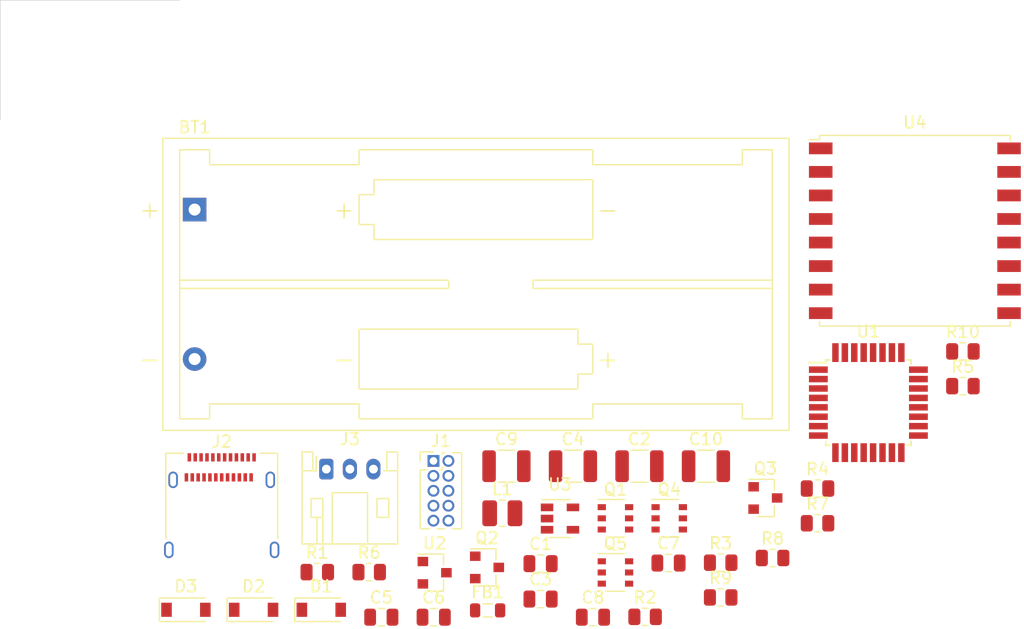
<source format=kicad_pcb>
(kicad_pcb (version 20171130) (host pcbnew "(5.1.9)-1")

  (general
    (thickness 1.6)
    (drawings 2)
    (tracks 0)
    (zones 0)
    (modules 38)
    (nets 57)
  )

  (page A4)
  (layers
    (0 F.Cu signal)
    (31 B.Cu signal)
    (32 B.Adhes user)
    (33 F.Adhes user)
    (34 B.Paste user)
    (35 F.Paste user)
    (36 B.SilkS user)
    (37 F.SilkS user)
    (38 B.Mask user)
    (39 F.Mask user)
    (40 Dwgs.User user hide)
    (41 Cmts.User user hide)
    (42 Eco1.User user hide)
    (43 Eco2.User user hide)
    (44 Edge.Cuts user)
    (45 Margin user hide)
    (46 B.CrtYd user hide)
    (47 F.CrtYd user hide)
    (48 B.Fab user hide)
    (49 F.Fab user hide)
  )

  (setup
    (last_trace_width 0.25)
    (trace_clearance 0.2)
    (zone_clearance 0.508)
    (zone_45_only no)
    (trace_min 0.2)
    (via_size 0.8)
    (via_drill 0.4)
    (via_min_size 0.4)
    (via_min_drill 0.3)
    (uvia_size 0.3)
    (uvia_drill 0.1)
    (uvias_allowed no)
    (uvia_min_size 0.2)
    (uvia_min_drill 0.1)
    (edge_width 0.05)
    (segment_width 0.2)
    (pcb_text_width 0.3)
    (pcb_text_size 1.5 1.5)
    (mod_edge_width 0.12)
    (mod_text_size 1 1)
    (mod_text_width 0.15)
    (pad_size 1.524 1.524)
    (pad_drill 0.762)
    (pad_to_mask_clearance 0)
    (aux_axis_origin 0 0)
    (visible_elements FEFFF77F)
    (pcbplotparams
      (layerselection 0x010fc_ffffffff)
      (usegerberextensions false)
      (usegerberattributes true)
      (usegerberadvancedattributes true)
      (creategerberjobfile true)
      (excludeedgelayer true)
      (linewidth 0.100000)
      (plotframeref false)
      (viasonmask false)
      (mode 1)
      (useauxorigin false)
      (hpglpennumber 1)
      (hpglpenspeed 20)
      (hpglpendiameter 15.000000)
      (psnegative false)
      (psa4output false)
      (plotreference true)
      (plotvalue true)
      (plotinvisibletext false)
      (padsonsilk false)
      (subtractmaskfromsilk false)
      (outputformat 1)
      (mirror false)
      (drillshape 1)
      (scaleselection 1)
      (outputdirectory ""))
  )

  (net 0 "")
  (net 1 /GND)
  (net 2 /VBAT)
  (net 3 "Net-(C1-Pad2)")
  (net 4 /+3V3)
  (net 5 "Net-(C4-Pad1)")
  (net 6 /VBAT_SW)
  (net 7 "Net-(C6-Pad1)")
  (net 8 /VUSB)
  (net 9 /VBAT_LVP)
  (net 10 "Net-(D1-Pad1)")
  (net 11 /nRESET)
  (net 12 "Net-(J1-Pad9)")
  (net 13 "Net-(J1-Pad8)")
  (net 14 "Net-(J1-Pad7)")
  (net 15 "Net-(J1-Pad6)")
  (net 16 /SWCLK)
  (net 17 /SWDIO)
  (net 18 "Net-(J2-PadB8)")
  (net 19 /USBDM)
  (net 20 /USBDP)
  (net 21 "Net-(J2-PadB5)")
  (net 22 "Net-(J2-PadA8)")
  (net 23 "Net-(J2-PadA5)")
  (net 24 /GPS_PWR)
  (net 25 /GPS_TX)
  (net 26 "Net-(L1-Pad1)")
  (net 27 "Net-(Q2-Pad3)")
  (net 28 "Net-(Q2-Pad2)")
  (net 29 "Net-(Q2-Pad1)")
  (net 30 /GPS_EN)
  (net 31 "Net-(U1-Pad27)")
  (net 32 "Net-(U1-Pad25)")
  (net 33 "Net-(U1-Pad22)")
  (net 34 "Net-(U1-Pad21)")
  (net 35 "Net-(U1-Pad20)")
  (net 36 "Net-(U1-Pad19)")
  (net 37 "Net-(U1-Pad16)")
  (net 38 "Net-(U1-Pad15)")
  (net 39 /MISO)
  (net 40 /NSS)
  (net 41 /SCK)
  (net 42 /MOSI)
  (net 43 "Net-(U1-Pad8)")
  (net 44 "Net-(U1-Pad7)")
  (net 45 "Net-(U1-Pad6)")
  (net 46 "Net-(U1-Pad5)")
  (net 47 /RFM_RESET)
  (net 48 /RFM_INT)
  (net 49 "Net-(U1-Pad2)")
  (net 50 "Net-(U1-Pad1)")
  (net 51 "Net-(U4-Pad16)")
  (net 52 "Net-(U4-Pad15)")
  (net 53 "Net-(U4-Pad12)")
  (net 54 "Net-(U4-Pad11)")
  (net 55 "Net-(U4-Pad9)")
  (net 56 "Net-(U4-Pad7)")

  (net_class Default "This is the default net class."
    (clearance 0.2)
    (trace_width 0.25)
    (via_dia 0.8)
    (via_drill 0.4)
    (uvia_dia 0.3)
    (uvia_drill 0.1)
    (add_net /+3V3)
    (add_net /GND)
    (add_net /GPS_EN)
    (add_net /GPS_PWR)
    (add_net /GPS_TX)
    (add_net /MISO)
    (add_net /MOSI)
    (add_net /NSS)
    (add_net /RFM_INT)
    (add_net /RFM_RESET)
    (add_net /SCK)
    (add_net /SWCLK)
    (add_net /SWDIO)
    (add_net /USBDM)
    (add_net /USBDP)
    (add_net /VBAT)
    (add_net /VBAT_LVP)
    (add_net /VBAT_SW)
    (add_net /VUSB)
    (add_net /nRESET)
    (add_net "Net-(C1-Pad2)")
    (add_net "Net-(C4-Pad1)")
    (add_net "Net-(C6-Pad1)")
    (add_net "Net-(D1-Pad1)")
    (add_net "Net-(J1-Pad6)")
    (add_net "Net-(J1-Pad7)")
    (add_net "Net-(J1-Pad8)")
    (add_net "Net-(J1-Pad9)")
    (add_net "Net-(J2-PadA5)")
    (add_net "Net-(J2-PadA8)")
    (add_net "Net-(J2-PadB5)")
    (add_net "Net-(J2-PadB8)")
    (add_net "Net-(L1-Pad1)")
    (add_net "Net-(Q2-Pad1)")
    (add_net "Net-(Q2-Pad2)")
    (add_net "Net-(Q2-Pad3)")
    (add_net "Net-(U1-Pad1)")
    (add_net "Net-(U1-Pad15)")
    (add_net "Net-(U1-Pad16)")
    (add_net "Net-(U1-Pad19)")
    (add_net "Net-(U1-Pad2)")
    (add_net "Net-(U1-Pad20)")
    (add_net "Net-(U1-Pad21)")
    (add_net "Net-(U1-Pad22)")
    (add_net "Net-(U1-Pad25)")
    (add_net "Net-(U1-Pad27)")
    (add_net "Net-(U1-Pad5)")
    (add_net "Net-(U1-Pad6)")
    (add_net "Net-(U1-Pad7)")
    (add_net "Net-(U1-Pad8)")
    (add_net "Net-(U4-Pad11)")
    (add_net "Net-(U4-Pad12)")
    (add_net "Net-(U4-Pad15)")
    (add_net "Net-(U4-Pad16)")
    (add_net "Net-(U4-Pad7)")
    (add_net "Net-(U4-Pad9)")
  )

  (module RF_Module:HOPERF_RFM9XW_SMD (layer F.Cu) (tedit 5C227243) (tstamp 608E5FD1)
    (at 77.7 19.58)
    (descr "Low Power Long Range Transceiver Module SMD-16 (https://www.hoperf.com/data/upload/portal/20181127/5bfcbea20e9ef.pdf)")
    (tags "LoRa Low Power Long Range Transceiver Module")
    (path /608B39CE)
    (attr smd)
    (fp_text reference U4 (at 0 -9.2) (layer F.SilkS)
      (effects (font (size 1 1) (thickness 0.15)))
    )
    (fp_text value RFM95W-915S2 (at 0 9.5) (layer F.Fab)
      (effects (font (size 1 1) (thickness 0.15)))
    )
    (fp_text user %R (at 0 0) (layer F.Fab)
      (effects (font (size 1 1) (thickness 0.15)))
    )
    (fp_line (start -7 -8) (end 8 -8) (layer F.Fab) (width 0.1))
    (fp_line (start 8 8) (end 8 -8) (layer F.Fab) (width 0.1))
    (fp_line (start -8 8) (end 8 8) (layer F.Fab) (width 0.1))
    (fp_line (start -8 8) (end -8 -7) (layer F.Fab) (width 0.1))
    (fp_line (start -9.25 -8.25) (end 9.25 -8.25) (layer F.CrtYd) (width 0.05))
    (fp_line (start 9.25 -8.25) (end 9.25 8.25) (layer F.CrtYd) (width 0.05))
    (fp_line (start -9.25 8.25) (end 9.25 8.25) (layer F.CrtYd) (width 0.05))
    (fp_line (start -9.25 8.25) (end -9.25 -8.25) (layer F.CrtYd) (width 0.05))
    (fp_line (start -8.1 -8.1) (end 8.1 -8.1) (layer F.SilkS) (width 0.12))
    (fp_line (start 8.1 -8.1) (end 8.1 -7.7) (layer F.SilkS) (width 0.12))
    (fp_line (start -8.1 7.7) (end -8.1 8.1) (layer F.SilkS) (width 0.12))
    (fp_line (start -8.1 8.1) (end 8.1 8.1) (layer F.SilkS) (width 0.12))
    (fp_line (start 8.1 8.1) (end 8.1 7.7) (layer F.SilkS) (width 0.12))
    (fp_line (start -8.1 -8.1) (end -8.1 -7.75) (layer F.SilkS) (width 0.12))
    (fp_line (start -8.1 -7.75) (end -9 -7.75) (layer F.SilkS) (width 0.12))
    (fp_line (start -7 -8) (end -8 -7) (layer F.Fab) (width 0.1))
    (pad 16 smd rect (at 8 -7) (size 2 1) (layers F.Cu F.Paste F.Mask)
      (net 51 "Net-(U4-Pad16)"))
    (pad 15 smd rect (at 8 -5) (size 2 1) (layers F.Cu F.Paste F.Mask)
      (net 52 "Net-(U4-Pad15)"))
    (pad 14 smd rect (at 8 -3) (size 2 1) (layers F.Cu F.Paste F.Mask)
      (net 48 /RFM_INT))
    (pad 13 smd rect (at 8 -1) (size 2 1) (layers F.Cu F.Paste F.Mask)
      (net 4 /+3V3))
    (pad 12 smd rect (at 8 1) (size 2 1) (layers F.Cu F.Paste F.Mask)
      (net 53 "Net-(U4-Pad12)"))
    (pad 11 smd rect (at 8 3) (size 2 1) (layers F.Cu F.Paste F.Mask)
      (net 54 "Net-(U4-Pad11)"))
    (pad 10 smd rect (at 8 5) (size 2 1) (layers F.Cu F.Paste F.Mask)
      (net 1 /GND))
    (pad 9 smd rect (at 8 7) (size 2 1) (layers F.Cu F.Paste F.Mask)
      (net 55 "Net-(U4-Pad9)"))
    (pad 8 smd rect (at -8 7) (size 2 1) (layers F.Cu F.Paste F.Mask)
      (net 1 /GND))
    (pad 7 smd rect (at -8 5) (size 2 1) (layers F.Cu F.Paste F.Mask)
      (net 56 "Net-(U4-Pad7)"))
    (pad 6 smd rect (at -8 3) (size 2 1) (layers F.Cu F.Paste F.Mask)
      (net 47 /RFM_RESET))
    (pad 5 smd rect (at -8 1) (size 2 1) (layers F.Cu F.Paste F.Mask)
      (net 40 /NSS))
    (pad 4 smd rect (at -8 -1) (size 2 1) (layers F.Cu F.Paste F.Mask)
      (net 41 /SCK))
    (pad 3 smd rect (at -8 -3) (size 2 1) (layers F.Cu F.Paste F.Mask)
      (net 42 /MOSI))
    (pad 2 smd rect (at -8 -5) (size 2 1) (layers F.Cu F.Paste F.Mask)
      (net 39 /MISO))
    (pad 1 smd rect (at -8 -7) (size 2 1) (layers F.Cu F.Paste F.Mask)
      (net 1 /GND))
    (model ${KISYS3DMOD}/RF_Module.3dshapes/HOPERF_RFM9XW_SMD.wrl
      (at (xyz 0 0 0))
      (scale (xyz 1 1 1))
      (rotate (xyz 0 0 0))
    )
  )

  (module Package_TO_SOT_SMD:SOT-23-5 (layer F.Cu) (tedit 5A02FF57) (tstamp 608E5FAC)
    (at 47.55 44.03)
    (descr "5-pin SOT23 package")
    (tags SOT-23-5)
    (path /609EC946)
    (attr smd)
    (fp_text reference U3 (at 0 -2.9) (layer F.SilkS)
      (effects (font (size 1 1) (thickness 0.15)))
    )
    (fp_text value TPS61097A-33DBVR (at 0 2.9) (layer F.Fab)
      (effects (font (size 1 1) (thickness 0.15)))
    )
    (fp_text user %R (at 0 0 90) (layer F.Fab)
      (effects (font (size 0.5 0.5) (thickness 0.075)))
    )
    (fp_line (start -0.9 1.61) (end 0.9 1.61) (layer F.SilkS) (width 0.12))
    (fp_line (start 0.9 -1.61) (end -1.55 -1.61) (layer F.SilkS) (width 0.12))
    (fp_line (start -1.9 -1.8) (end 1.9 -1.8) (layer F.CrtYd) (width 0.05))
    (fp_line (start 1.9 -1.8) (end 1.9 1.8) (layer F.CrtYd) (width 0.05))
    (fp_line (start 1.9 1.8) (end -1.9 1.8) (layer F.CrtYd) (width 0.05))
    (fp_line (start -1.9 1.8) (end -1.9 -1.8) (layer F.CrtYd) (width 0.05))
    (fp_line (start -0.9 -0.9) (end -0.25 -1.55) (layer F.Fab) (width 0.1))
    (fp_line (start 0.9 -1.55) (end -0.25 -1.55) (layer F.Fab) (width 0.1))
    (fp_line (start -0.9 -0.9) (end -0.9 1.55) (layer F.Fab) (width 0.1))
    (fp_line (start 0.9 1.55) (end -0.9 1.55) (layer F.Fab) (width 0.1))
    (fp_line (start 0.9 -1.55) (end 0.9 1.55) (layer F.Fab) (width 0.1))
    (pad 5 smd rect (at 1.1 -0.95) (size 1.06 0.65) (layers F.Cu F.Paste F.Mask)
      (net 26 "Net-(L1-Pad1)"))
    (pad 4 smd rect (at 1.1 0.95) (size 1.06 0.65) (layers F.Cu F.Paste F.Mask)
      (net 4 /+3V3))
    (pad 3 smd rect (at -1.1 0.95) (size 1.06 0.65) (layers F.Cu F.Paste F.Mask)
      (net 9 /VBAT_LVP))
    (pad 2 smd rect (at -1.1 0) (size 1.06 0.65) (layers F.Cu F.Paste F.Mask)
      (net 1 /GND))
    (pad 1 smd rect (at -1.1 -0.95) (size 1.06 0.65) (layers F.Cu F.Paste F.Mask)
      (net 9 /VBAT_LVP))
    (model ${KISYS3DMOD}/Package_TO_SOT_SMD.3dshapes/SOT-23-5.wrl
      (at (xyz 0 0 0))
      (scale (xyz 1 1 1))
      (rotate (xyz 0 0 0))
    )
  )

  (module Package_TO_SOT_SMD:SOT-23 (layer F.Cu) (tedit 5A02FF57) (tstamp 608E5F97)
    (at 36.9 48.63)
    (descr "SOT-23, Standard")
    (tags SOT-23)
    (path /6092B400)
    (attr smd)
    (fp_text reference U2 (at 0 -2.5) (layer F.SilkS)
      (effects (font (size 1 1) (thickness 0.15)))
    )
    (fp_text value LM3480-3.3 (at 0 2.5) (layer F.Fab)
      (effects (font (size 1 1) (thickness 0.15)))
    )
    (fp_text user %R (at 0 0 90) (layer F.Fab)
      (effects (font (size 0.5 0.5) (thickness 0.075)))
    )
    (fp_line (start -0.7 -0.95) (end -0.7 1.5) (layer F.Fab) (width 0.1))
    (fp_line (start -0.15 -1.52) (end 0.7 -1.52) (layer F.Fab) (width 0.1))
    (fp_line (start -0.7 -0.95) (end -0.15 -1.52) (layer F.Fab) (width 0.1))
    (fp_line (start 0.7 -1.52) (end 0.7 1.52) (layer F.Fab) (width 0.1))
    (fp_line (start -0.7 1.52) (end 0.7 1.52) (layer F.Fab) (width 0.1))
    (fp_line (start 0.76 1.58) (end 0.76 0.65) (layer F.SilkS) (width 0.12))
    (fp_line (start 0.76 -1.58) (end 0.76 -0.65) (layer F.SilkS) (width 0.12))
    (fp_line (start -1.7 -1.75) (end 1.7 -1.75) (layer F.CrtYd) (width 0.05))
    (fp_line (start 1.7 -1.75) (end 1.7 1.75) (layer F.CrtYd) (width 0.05))
    (fp_line (start 1.7 1.75) (end -1.7 1.75) (layer F.CrtYd) (width 0.05))
    (fp_line (start -1.7 1.75) (end -1.7 -1.75) (layer F.CrtYd) (width 0.05))
    (fp_line (start 0.76 -1.58) (end -1.4 -1.58) (layer F.SilkS) (width 0.12))
    (fp_line (start 0.76 1.58) (end -0.7 1.58) (layer F.SilkS) (width 0.12))
    (pad 3 smd rect (at 1 0) (size 0.9 0.8) (layers F.Cu F.Paste F.Mask)
      (net 1 /GND))
    (pad 2 smd rect (at -1 0.95) (size 0.9 0.8) (layers F.Cu F.Paste F.Mask)
      (net 8 /VUSB))
    (pad 1 smd rect (at -1 -0.95) (size 0.9 0.8) (layers F.Cu F.Paste F.Mask)
      (net 4 /+3V3))
    (model ${KISYS3DMOD}/Package_TO_SOT_SMD.3dshapes/SOT-23.wrl
      (at (xyz 0 0 0))
      (scale (xyz 1 1 1))
      (rotate (xyz 0 0 0))
    )
  )

  (module Package_QFP:TQFP-32_7x7mm_P0.8mm (layer F.Cu) (tedit 5A02F146) (tstamp 608E5F82)
    (at 73.75 34.18)
    (descr "32-Lead Plastic Thin Quad Flatpack (PT) - 7x7x1.0 mm Body, 2.00 mm [TQFP] (see Microchip Packaging Specification 00000049BS.pdf)")
    (tags "QFP 0.8")
    (path /608CAFAA)
    (attr smd)
    (fp_text reference U1 (at 0 -6.05) (layer F.SilkS)
      (effects (font (size 1 1) (thickness 0.15)))
    )
    (fp_text value ATSAMD21E18A-A (at 0 6.05) (layer F.Fab)
      (effects (font (size 1 1) (thickness 0.15)))
    )
    (fp_text user %R (at 0 0) (layer F.Fab)
      (effects (font (size 1 1) (thickness 0.15)))
    )
    (fp_line (start -2.5 -3.5) (end 3.5 -3.5) (layer F.Fab) (width 0.15))
    (fp_line (start 3.5 -3.5) (end 3.5 3.5) (layer F.Fab) (width 0.15))
    (fp_line (start 3.5 3.5) (end -3.5 3.5) (layer F.Fab) (width 0.15))
    (fp_line (start -3.5 3.5) (end -3.5 -2.5) (layer F.Fab) (width 0.15))
    (fp_line (start -3.5 -2.5) (end -2.5 -3.5) (layer F.Fab) (width 0.15))
    (fp_line (start -5.3 -5.3) (end -5.3 5.3) (layer F.CrtYd) (width 0.05))
    (fp_line (start 5.3 -5.3) (end 5.3 5.3) (layer F.CrtYd) (width 0.05))
    (fp_line (start -5.3 -5.3) (end 5.3 -5.3) (layer F.CrtYd) (width 0.05))
    (fp_line (start -5.3 5.3) (end 5.3 5.3) (layer F.CrtYd) (width 0.05))
    (fp_line (start -3.625 -3.625) (end -3.625 -3.4) (layer F.SilkS) (width 0.15))
    (fp_line (start 3.625 -3.625) (end 3.625 -3.3) (layer F.SilkS) (width 0.15))
    (fp_line (start 3.625 3.625) (end 3.625 3.3) (layer F.SilkS) (width 0.15))
    (fp_line (start -3.625 3.625) (end -3.625 3.3) (layer F.SilkS) (width 0.15))
    (fp_line (start -3.625 -3.625) (end -3.3 -3.625) (layer F.SilkS) (width 0.15))
    (fp_line (start -3.625 3.625) (end -3.3 3.625) (layer F.SilkS) (width 0.15))
    (fp_line (start 3.625 3.625) (end 3.3 3.625) (layer F.SilkS) (width 0.15))
    (fp_line (start 3.625 -3.625) (end 3.3 -3.625) (layer F.SilkS) (width 0.15))
    (fp_line (start -3.625 -3.4) (end -5.05 -3.4) (layer F.SilkS) (width 0.15))
    (pad 32 smd rect (at -2.8 -4.25 90) (size 1.6 0.55) (layers F.Cu F.Paste F.Mask)
      (net 17 /SWDIO))
    (pad 31 smd rect (at -2 -4.25 90) (size 1.6 0.55) (layers F.Cu F.Paste F.Mask)
      (net 16 /SWCLK))
    (pad 30 smd rect (at -1.2 -4.25 90) (size 1.6 0.55) (layers F.Cu F.Paste F.Mask)
      (net 4 /+3V3))
    (pad 29 smd rect (at -0.4 -4.25 90) (size 1.6 0.55) (layers F.Cu F.Paste F.Mask)
      (net 3 "Net-(C1-Pad2)"))
    (pad 28 smd rect (at 0.4 -4.25 90) (size 1.6 0.55) (layers F.Cu F.Paste F.Mask)
      (net 1 /GND))
    (pad 27 smd rect (at 1.2 -4.25 90) (size 1.6 0.55) (layers F.Cu F.Paste F.Mask)
      (net 31 "Net-(U1-Pad27)"))
    (pad 26 smd rect (at 2 -4.25 90) (size 1.6 0.55) (layers F.Cu F.Paste F.Mask)
      (net 11 /nRESET))
    (pad 25 smd rect (at 2.8 -4.25 90) (size 1.6 0.55) (layers F.Cu F.Paste F.Mask)
      (net 32 "Net-(U1-Pad25)"))
    (pad 24 smd rect (at 4.25 -2.8) (size 1.6 0.55) (layers F.Cu F.Paste F.Mask)
      (net 20 /USBDP))
    (pad 23 smd rect (at 4.25 -2) (size 1.6 0.55) (layers F.Cu F.Paste F.Mask)
      (net 19 /USBDM))
    (pad 22 smd rect (at 4.25 -1.2) (size 1.6 0.55) (layers F.Cu F.Paste F.Mask)
      (net 33 "Net-(U1-Pad22)"))
    (pad 21 smd rect (at 4.25 -0.4) (size 1.6 0.55) (layers F.Cu F.Paste F.Mask)
      (net 34 "Net-(U1-Pad21)"))
    (pad 20 smd rect (at 4.25 0.4) (size 1.6 0.55) (layers F.Cu F.Paste F.Mask)
      (net 35 "Net-(U1-Pad20)"))
    (pad 19 smd rect (at 4.25 1.2) (size 1.6 0.55) (layers F.Cu F.Paste F.Mask)
      (net 36 "Net-(U1-Pad19)"))
    (pad 18 smd rect (at 4.25 2) (size 1.6 0.55) (layers F.Cu F.Paste F.Mask)
      (net 30 /GPS_EN))
    (pad 17 smd rect (at 4.25 2.8) (size 1.6 0.55) (layers F.Cu F.Paste F.Mask)
      (net 25 /GPS_TX))
    (pad 16 smd rect (at 2.8 4.25 90) (size 1.6 0.55) (layers F.Cu F.Paste F.Mask)
      (net 37 "Net-(U1-Pad16)"))
    (pad 15 smd rect (at 2 4.25 90) (size 1.6 0.55) (layers F.Cu F.Paste F.Mask)
      (net 38 "Net-(U1-Pad15)"))
    (pad 14 smd rect (at 1.2 4.25 90) (size 1.6 0.55) (layers F.Cu F.Paste F.Mask)
      (net 39 /MISO))
    (pad 13 smd rect (at 0.4 4.25 90) (size 1.6 0.55) (layers F.Cu F.Paste F.Mask)
      (net 40 /NSS))
    (pad 12 smd rect (at -0.4 4.25 90) (size 1.6 0.55) (layers F.Cu F.Paste F.Mask)
      (net 41 /SCK))
    (pad 11 smd rect (at -1.2 4.25 90) (size 1.6 0.55) (layers F.Cu F.Paste F.Mask)
      (net 42 /MOSI))
    (pad 10 smd rect (at -2 4.25 90) (size 1.6 0.55) (layers F.Cu F.Paste F.Mask)
      (net 1 /GND))
    (pad 9 smd rect (at -2.8 4.25 90) (size 1.6 0.55) (layers F.Cu F.Paste F.Mask)
      (net 5 "Net-(C4-Pad1)"))
    (pad 8 smd rect (at -4.25 2.8) (size 1.6 0.55) (layers F.Cu F.Paste F.Mask)
      (net 43 "Net-(U1-Pad8)"))
    (pad 7 smd rect (at -4.25 2) (size 1.6 0.55) (layers F.Cu F.Paste F.Mask)
      (net 44 "Net-(U1-Pad7)"))
    (pad 6 smd rect (at -4.25 1.2) (size 1.6 0.55) (layers F.Cu F.Paste F.Mask)
      (net 45 "Net-(U1-Pad6)"))
    (pad 5 smd rect (at -4.25 0.4) (size 1.6 0.55) (layers F.Cu F.Paste F.Mask)
      (net 46 "Net-(U1-Pad5)"))
    (pad 4 smd rect (at -4.25 -0.4) (size 1.6 0.55) (layers F.Cu F.Paste F.Mask)
      (net 47 /RFM_RESET))
    (pad 3 smd rect (at -4.25 -1.2) (size 1.6 0.55) (layers F.Cu F.Paste F.Mask)
      (net 48 /RFM_INT))
    (pad 2 smd rect (at -4.25 -2) (size 1.6 0.55) (layers F.Cu F.Paste F.Mask)
      (net 49 "Net-(U1-Pad2)"))
    (pad 1 smd rect (at -4.25 -2.8) (size 1.6 0.55) (layers F.Cu F.Paste F.Mask)
      (net 50 "Net-(U1-Pad1)"))
    (model ${KISYS3DMOD}/Package_QFP.3dshapes/TQFP-32_7x7mm_P0.8mm.wrl
      (at (xyz 0 0 0))
      (scale (xyz 1 1 1))
      (rotate (xyz 0 0 0))
    )
  )

  (module Resistor_SMD:R_0805_2012Metric (layer F.Cu) (tedit 5F68FEEE) (tstamp 608E5F4B)
    (at 81.78 29.83)
    (descr "Resistor SMD 0805 (2012 Metric), square (rectangular) end terminal, IPC_7351 nominal, (Body size source: IPC-SM-782 page 72, https://www.pcb-3d.com/wordpress/wp-content/uploads/ipc-sm-782a_amendment_1_and_2.pdf), generated with kicad-footprint-generator")
    (tags resistor)
    (path /60920F65)
    (attr smd)
    (fp_text reference R10 (at 0 -1.65) (layer F.SilkS)
      (effects (font (size 1 1) (thickness 0.15)))
    )
    (fp_text value 5.1k (at 0 1.65) (layer F.Fab)
      (effects (font (size 1 1) (thickness 0.15)))
    )
    (fp_text user %R (at 0 0) (layer F.Fab)
      (effects (font (size 0.5 0.5) (thickness 0.08)))
    )
    (fp_line (start -1 0.625) (end -1 -0.625) (layer F.Fab) (width 0.1))
    (fp_line (start -1 -0.625) (end 1 -0.625) (layer F.Fab) (width 0.1))
    (fp_line (start 1 -0.625) (end 1 0.625) (layer F.Fab) (width 0.1))
    (fp_line (start 1 0.625) (end -1 0.625) (layer F.Fab) (width 0.1))
    (fp_line (start -0.227064 -0.735) (end 0.227064 -0.735) (layer F.SilkS) (width 0.12))
    (fp_line (start -0.227064 0.735) (end 0.227064 0.735) (layer F.SilkS) (width 0.12))
    (fp_line (start -1.68 0.95) (end -1.68 -0.95) (layer F.CrtYd) (width 0.05))
    (fp_line (start -1.68 -0.95) (end 1.68 -0.95) (layer F.CrtYd) (width 0.05))
    (fp_line (start 1.68 -0.95) (end 1.68 0.95) (layer F.CrtYd) (width 0.05))
    (fp_line (start 1.68 0.95) (end -1.68 0.95) (layer F.CrtYd) (width 0.05))
    (pad 2 smd roundrect (at 0.9125 0) (size 1.025 1.4) (layers F.Cu F.Paste F.Mask) (roundrect_rratio 0.243902)
      (net 1 /GND))
    (pad 1 smd roundrect (at -0.9125 0) (size 1.025 1.4) (layers F.Cu F.Paste F.Mask) (roundrect_rratio 0.243902)
      (net 21 "Net-(J2-PadB5)"))
    (model ${KISYS3DMOD}/Resistor_SMD.3dshapes/R_0805_2012Metric.wrl
      (at (xyz 0 0 0))
      (scale (xyz 1 1 1))
      (rotate (xyz 0 0 0))
    )
  )

  (module Resistor_SMD:R_0805_2012Metric (layer F.Cu) (tedit 5F68FEEE) (tstamp 608E5F3A)
    (at 61.2 50.73)
    (descr "Resistor SMD 0805 (2012 Metric), square (rectangular) end terminal, IPC_7351 nominal, (Body size source: IPC-SM-782 page 72, https://www.pcb-3d.com/wordpress/wp-content/uploads/ipc-sm-782a_amendment_1_and_2.pdf), generated with kicad-footprint-generator")
    (tags resistor)
    (path /6091DC73)
    (attr smd)
    (fp_text reference R9 (at 0 -1.65) (layer F.SilkS)
      (effects (font (size 1 1) (thickness 0.15)))
    )
    (fp_text value 5.1k (at 0 1.65) (layer F.Fab)
      (effects (font (size 1 1) (thickness 0.15)))
    )
    (fp_text user %R (at 0 0) (layer F.Fab)
      (effects (font (size 0.5 0.5) (thickness 0.08)))
    )
    (fp_line (start -1 0.625) (end -1 -0.625) (layer F.Fab) (width 0.1))
    (fp_line (start -1 -0.625) (end 1 -0.625) (layer F.Fab) (width 0.1))
    (fp_line (start 1 -0.625) (end 1 0.625) (layer F.Fab) (width 0.1))
    (fp_line (start 1 0.625) (end -1 0.625) (layer F.Fab) (width 0.1))
    (fp_line (start -0.227064 -0.735) (end 0.227064 -0.735) (layer F.SilkS) (width 0.12))
    (fp_line (start -0.227064 0.735) (end 0.227064 0.735) (layer F.SilkS) (width 0.12))
    (fp_line (start -1.68 0.95) (end -1.68 -0.95) (layer F.CrtYd) (width 0.05))
    (fp_line (start -1.68 -0.95) (end 1.68 -0.95) (layer F.CrtYd) (width 0.05))
    (fp_line (start 1.68 -0.95) (end 1.68 0.95) (layer F.CrtYd) (width 0.05))
    (fp_line (start 1.68 0.95) (end -1.68 0.95) (layer F.CrtYd) (width 0.05))
    (pad 2 smd roundrect (at 0.9125 0) (size 1.025 1.4) (layers F.Cu F.Paste F.Mask) (roundrect_rratio 0.243902)
      (net 1 /GND))
    (pad 1 smd roundrect (at -0.9125 0) (size 1.025 1.4) (layers F.Cu F.Paste F.Mask) (roundrect_rratio 0.243902)
      (net 23 "Net-(J2-PadA5)"))
    (model ${KISYS3DMOD}/Resistor_SMD.3dshapes/R_0805_2012Metric.wrl
      (at (xyz 0 0 0))
      (scale (xyz 1 1 1))
      (rotate (xyz 0 0 0))
    )
  )

  (module Resistor_SMD:R_0805_2012Metric (layer F.Cu) (tedit 5F68FEEE) (tstamp 608E5F29)
    (at 65.61 47.38)
    (descr "Resistor SMD 0805 (2012 Metric), square (rectangular) end terminal, IPC_7351 nominal, (Body size source: IPC-SM-782 page 72, https://www.pcb-3d.com/wordpress/wp-content/uploads/ipc-sm-782a_amendment_1_and_2.pdf), generated with kicad-footprint-generator")
    (tags resistor)
    (path /609314FA)
    (attr smd)
    (fp_text reference R8 (at 0 -1.65) (layer F.SilkS)
      (effects (font (size 1 1) (thickness 0.15)))
    )
    (fp_text value 100k (at 0 1.65) (layer F.Fab)
      (effects (font (size 1 1) (thickness 0.15)))
    )
    (fp_text user %R (at 0 0) (layer F.Fab)
      (effects (font (size 0.5 0.5) (thickness 0.08)))
    )
    (fp_line (start -1 0.625) (end -1 -0.625) (layer F.Fab) (width 0.1))
    (fp_line (start -1 -0.625) (end 1 -0.625) (layer F.Fab) (width 0.1))
    (fp_line (start 1 -0.625) (end 1 0.625) (layer F.Fab) (width 0.1))
    (fp_line (start 1 0.625) (end -1 0.625) (layer F.Fab) (width 0.1))
    (fp_line (start -0.227064 -0.735) (end 0.227064 -0.735) (layer F.SilkS) (width 0.12))
    (fp_line (start -0.227064 0.735) (end 0.227064 0.735) (layer F.SilkS) (width 0.12))
    (fp_line (start -1.68 0.95) (end -1.68 -0.95) (layer F.CrtYd) (width 0.05))
    (fp_line (start -1.68 -0.95) (end 1.68 -0.95) (layer F.CrtYd) (width 0.05))
    (fp_line (start 1.68 -0.95) (end 1.68 0.95) (layer F.CrtYd) (width 0.05))
    (fp_line (start 1.68 0.95) (end -1.68 0.95) (layer F.CrtYd) (width 0.05))
    (pad 2 smd roundrect (at 0.9125 0) (size 1.025 1.4) (layers F.Cu F.Paste F.Mask) (roundrect_rratio 0.243902)
      (net 4 /+3V3))
    (pad 1 smd roundrect (at -0.9125 0) (size 1.025 1.4) (layers F.Cu F.Paste F.Mask) (roundrect_rratio 0.243902)
      (net 30 /GPS_EN))
    (model ${KISYS3DMOD}/Resistor_SMD.3dshapes/R_0805_2012Metric.wrl
      (at (xyz 0 0 0))
      (scale (xyz 1 1 1))
      (rotate (xyz 0 0 0))
    )
  )

  (module Resistor_SMD:R_0805_2012Metric (layer F.Cu) (tedit 5F68FEEE) (tstamp 608E5F18)
    (at 69.43 44.43)
    (descr "Resistor SMD 0805 (2012 Metric), square (rectangular) end terminal, IPC_7351 nominal, (Body size source: IPC-SM-782 page 72, https://www.pcb-3d.com/wordpress/wp-content/uploads/ipc-sm-782a_amendment_1_and_2.pdf), generated with kicad-footprint-generator")
    (tags resistor)
    (path /608E62E0)
    (attr smd)
    (fp_text reference R7 (at 0 -1.65) (layer F.SilkS)
      (effects (font (size 1 1) (thickness 0.15)))
    )
    (fp_text value 500k (at 0 1.65) (layer F.Fab)
      (effects (font (size 1 1) (thickness 0.15)))
    )
    (fp_text user %R (at 0 0) (layer F.Fab)
      (effects (font (size 0.5 0.5) (thickness 0.08)))
    )
    (fp_line (start -1 0.625) (end -1 -0.625) (layer F.Fab) (width 0.1))
    (fp_line (start -1 -0.625) (end 1 -0.625) (layer F.Fab) (width 0.1))
    (fp_line (start 1 -0.625) (end 1 0.625) (layer F.Fab) (width 0.1))
    (fp_line (start 1 0.625) (end -1 0.625) (layer F.Fab) (width 0.1))
    (fp_line (start -0.227064 -0.735) (end 0.227064 -0.735) (layer F.SilkS) (width 0.12))
    (fp_line (start -0.227064 0.735) (end 0.227064 0.735) (layer F.SilkS) (width 0.12))
    (fp_line (start -1.68 0.95) (end -1.68 -0.95) (layer F.CrtYd) (width 0.05))
    (fp_line (start -1.68 -0.95) (end 1.68 -0.95) (layer F.CrtYd) (width 0.05))
    (fp_line (start 1.68 -0.95) (end 1.68 0.95) (layer F.CrtYd) (width 0.05))
    (fp_line (start 1.68 0.95) (end -1.68 0.95) (layer F.CrtYd) (width 0.05))
    (pad 2 smd roundrect (at 0.9125 0) (size 1.025 1.4) (layers F.Cu F.Paste F.Mask) (roundrect_rratio 0.243902)
      (net 29 "Net-(Q2-Pad1)"))
    (pad 1 smd roundrect (at -0.9125 0) (size 1.025 1.4) (layers F.Cu F.Paste F.Mask) (roundrect_rratio 0.243902)
      (net 6 /VBAT_SW))
    (model ${KISYS3DMOD}/Resistor_SMD.3dshapes/R_0805_2012Metric.wrl
      (at (xyz 0 0 0))
      (scale (xyz 1 1 1))
      (rotate (xyz 0 0 0))
    )
  )

  (module Resistor_SMD:R_0805_2012Metric (layer F.Cu) (tedit 5F68FEEE) (tstamp 608E5F07)
    (at 31.34 48.58)
    (descr "Resistor SMD 0805 (2012 Metric), square (rectangular) end terminal, IPC_7351 nominal, (Body size source: IPC-SM-782 page 72, https://www.pcb-3d.com/wordpress/wp-content/uploads/ipc-sm-782a_amendment_1_and_2.pdf), generated with kicad-footprint-generator")
    (tags resistor)
    (path /608E517F)
    (attr smd)
    (fp_text reference R6 (at 0 -1.65) (layer F.SilkS)
      (effects (font (size 1 1) (thickness 0.15)))
    )
    (fp_text value 500k (at 0 1.65) (layer F.Fab)
      (effects (font (size 1 1) (thickness 0.15)))
    )
    (fp_text user %R (at 0 0) (layer F.Fab)
      (effects (font (size 0.5 0.5) (thickness 0.08)))
    )
    (fp_line (start -1 0.625) (end -1 -0.625) (layer F.Fab) (width 0.1))
    (fp_line (start -1 -0.625) (end 1 -0.625) (layer F.Fab) (width 0.1))
    (fp_line (start 1 -0.625) (end 1 0.625) (layer F.Fab) (width 0.1))
    (fp_line (start 1 0.625) (end -1 0.625) (layer F.Fab) (width 0.1))
    (fp_line (start -0.227064 -0.735) (end 0.227064 -0.735) (layer F.SilkS) (width 0.12))
    (fp_line (start -0.227064 0.735) (end 0.227064 0.735) (layer F.SilkS) (width 0.12))
    (fp_line (start -1.68 0.95) (end -1.68 -0.95) (layer F.CrtYd) (width 0.05))
    (fp_line (start -1.68 -0.95) (end 1.68 -0.95) (layer F.CrtYd) (width 0.05))
    (fp_line (start 1.68 -0.95) (end 1.68 0.95) (layer F.CrtYd) (width 0.05))
    (fp_line (start 1.68 0.95) (end -1.68 0.95) (layer F.CrtYd) (width 0.05))
    (pad 2 smd roundrect (at 0.9125 0) (size 1.025 1.4) (layers F.Cu F.Paste F.Mask) (roundrect_rratio 0.243902)
      (net 27 "Net-(Q2-Pad3)"))
    (pad 1 smd roundrect (at -0.9125 0) (size 1.025 1.4) (layers F.Cu F.Paste F.Mask) (roundrect_rratio 0.243902)
      (net 6 /VBAT_SW))
    (model ${KISYS3DMOD}/Resistor_SMD.3dshapes/R_0805_2012Metric.wrl
      (at (xyz 0 0 0))
      (scale (xyz 1 1 1))
      (rotate (xyz 0 0 0))
    )
  )

  (module Resistor_SMD:R_0805_2012Metric (layer F.Cu) (tedit 5F68FEEE) (tstamp 608E5EF6)
    (at 81.78 32.78)
    (descr "Resistor SMD 0805 (2012 Metric), square (rectangular) end terminal, IPC_7351 nominal, (Body size source: IPC-SM-782 page 72, https://www.pcb-3d.com/wordpress/wp-content/uploads/ipc-sm-782a_amendment_1_and_2.pdf), generated with kicad-footprint-generator")
    (tags resistor)
    (path /608E6099)
    (attr smd)
    (fp_text reference R5 (at 0 -1.65) (layer F.SilkS)
      (effects (font (size 1 1) (thickness 0.15)))
    )
    (fp_text value 100k (at 0 1.65) (layer F.Fab)
      (effects (font (size 1 1) (thickness 0.15)))
    )
    (fp_text user %R (at 0 0) (layer F.Fab)
      (effects (font (size 0.5 0.5) (thickness 0.08)))
    )
    (fp_line (start -1 0.625) (end -1 -0.625) (layer F.Fab) (width 0.1))
    (fp_line (start -1 -0.625) (end 1 -0.625) (layer F.Fab) (width 0.1))
    (fp_line (start 1 -0.625) (end 1 0.625) (layer F.Fab) (width 0.1))
    (fp_line (start 1 0.625) (end -1 0.625) (layer F.Fab) (width 0.1))
    (fp_line (start -0.227064 -0.735) (end 0.227064 -0.735) (layer F.SilkS) (width 0.12))
    (fp_line (start -0.227064 0.735) (end 0.227064 0.735) (layer F.SilkS) (width 0.12))
    (fp_line (start -1.68 0.95) (end -1.68 -0.95) (layer F.CrtYd) (width 0.05))
    (fp_line (start -1.68 -0.95) (end 1.68 -0.95) (layer F.CrtYd) (width 0.05))
    (fp_line (start 1.68 -0.95) (end 1.68 0.95) (layer F.CrtYd) (width 0.05))
    (fp_line (start 1.68 0.95) (end -1.68 0.95) (layer F.CrtYd) (width 0.05))
    (pad 2 smd roundrect (at 0.9125 0) (size 1.025 1.4) (layers F.Cu F.Paste F.Mask) (roundrect_rratio 0.243902)
      (net 1 /GND))
    (pad 1 smd roundrect (at -0.9125 0) (size 1.025 1.4) (layers F.Cu F.Paste F.Mask) (roundrect_rratio 0.243902)
      (net 28 "Net-(Q2-Pad2)"))
    (model ${KISYS3DMOD}/Resistor_SMD.3dshapes/R_0805_2012Metric.wrl
      (at (xyz 0 0 0))
      (scale (xyz 1 1 1))
      (rotate (xyz 0 0 0))
    )
  )

  (module Resistor_SMD:R_0805_2012Metric (layer F.Cu) (tedit 5F68FEEE) (tstamp 608E5EE5)
    (at 69.43 41.48)
    (descr "Resistor SMD 0805 (2012 Metric), square (rectangular) end terminal, IPC_7351 nominal, (Body size source: IPC-SM-782 page 72, https://www.pcb-3d.com/wordpress/wp-content/uploads/ipc-sm-782a_amendment_1_and_2.pdf), generated with kicad-footprint-generator")
    (tags resistor)
    (path /608E5ED8)
    (attr smd)
    (fp_text reference R4 (at 0 -1.65) (layer F.SilkS)
      (effects (font (size 1 1) (thickness 0.15)))
    )
    (fp_text value 270k (at 0 1.65) (layer F.Fab)
      (effects (font (size 1 1) (thickness 0.15)))
    )
    (fp_text user %R (at 0 0) (layer F.Fab)
      (effects (font (size 0.5 0.5) (thickness 0.08)))
    )
    (fp_line (start -1 0.625) (end -1 -0.625) (layer F.Fab) (width 0.1))
    (fp_line (start -1 -0.625) (end 1 -0.625) (layer F.Fab) (width 0.1))
    (fp_line (start 1 -0.625) (end 1 0.625) (layer F.Fab) (width 0.1))
    (fp_line (start 1 0.625) (end -1 0.625) (layer F.Fab) (width 0.1))
    (fp_line (start -0.227064 -0.735) (end 0.227064 -0.735) (layer F.SilkS) (width 0.12))
    (fp_line (start -0.227064 0.735) (end 0.227064 0.735) (layer F.SilkS) (width 0.12))
    (fp_line (start -1.68 0.95) (end -1.68 -0.95) (layer F.CrtYd) (width 0.05))
    (fp_line (start -1.68 -0.95) (end 1.68 -0.95) (layer F.CrtYd) (width 0.05))
    (fp_line (start 1.68 -0.95) (end 1.68 0.95) (layer F.CrtYd) (width 0.05))
    (fp_line (start 1.68 0.95) (end -1.68 0.95) (layer F.CrtYd) (width 0.05))
    (pad 2 smd roundrect (at 0.9125 0) (size 1.025 1.4) (layers F.Cu F.Paste F.Mask) (roundrect_rratio 0.243902)
      (net 28 "Net-(Q2-Pad2)"))
    (pad 1 smd roundrect (at -0.9125 0) (size 1.025 1.4) (layers F.Cu F.Paste F.Mask) (roundrect_rratio 0.243902)
      (net 7 "Net-(C6-Pad1)"))
    (model ${KISYS3DMOD}/Resistor_SMD.3dshapes/R_0805_2012Metric.wrl
      (at (xyz 0 0 0))
      (scale (xyz 1 1 1))
      (rotate (xyz 0 0 0))
    )
  )

  (module Resistor_SMD:R_0805_2012Metric (layer F.Cu) (tedit 5F68FEEE) (tstamp 608E5ED4)
    (at 61.2 47.78)
    (descr "Resistor SMD 0805 (2012 Metric), square (rectangular) end terminal, IPC_7351 nominal, (Body size source: IPC-SM-782 page 72, https://www.pcb-3d.com/wordpress/wp-content/uploads/ipc-sm-782a_amendment_1_and_2.pdf), generated with kicad-footprint-generator")
    (tags resistor)
    (path /609619A3)
    (attr smd)
    (fp_text reference R3 (at 0 -1.65) (layer F.SilkS)
      (effects (font (size 1 1) (thickness 0.15)))
    )
    (fp_text value 100k (at 0 1.65) (layer F.Fab)
      (effects (font (size 1 1) (thickness 0.15)))
    )
    (fp_text user %R (at 0 0) (layer F.Fab)
      (effects (font (size 0.5 0.5) (thickness 0.08)))
    )
    (fp_line (start -1 0.625) (end -1 -0.625) (layer F.Fab) (width 0.1))
    (fp_line (start -1 -0.625) (end 1 -0.625) (layer F.Fab) (width 0.1))
    (fp_line (start 1 -0.625) (end 1 0.625) (layer F.Fab) (width 0.1))
    (fp_line (start 1 0.625) (end -1 0.625) (layer F.Fab) (width 0.1))
    (fp_line (start -0.227064 -0.735) (end 0.227064 -0.735) (layer F.SilkS) (width 0.12))
    (fp_line (start -0.227064 0.735) (end 0.227064 0.735) (layer F.SilkS) (width 0.12))
    (fp_line (start -1.68 0.95) (end -1.68 -0.95) (layer F.CrtYd) (width 0.05))
    (fp_line (start -1.68 -0.95) (end 1.68 -0.95) (layer F.CrtYd) (width 0.05))
    (fp_line (start 1.68 -0.95) (end 1.68 0.95) (layer F.CrtYd) (width 0.05))
    (fp_line (start 1.68 0.95) (end -1.68 0.95) (layer F.CrtYd) (width 0.05))
    (pad 2 smd roundrect (at 0.9125 0) (size 1.025 1.4) (layers F.Cu F.Paste F.Mask) (roundrect_rratio 0.243902)
      (net 1 /GND))
    (pad 1 smd roundrect (at -0.9125 0) (size 1.025 1.4) (layers F.Cu F.Paste F.Mask) (roundrect_rratio 0.243902)
      (net 8 /VUSB))
    (model ${KISYS3DMOD}/Resistor_SMD.3dshapes/R_0805_2012Metric.wrl
      (at (xyz 0 0 0))
      (scale (xyz 1 1 1))
      (rotate (xyz 0 0 0))
    )
  )

  (module Resistor_SMD:R_0805_2012Metric (layer F.Cu) (tedit 5F68FEEE) (tstamp 608E5EC3)
    (at 54.78 52.38)
    (descr "Resistor SMD 0805 (2012 Metric), square (rectangular) end terminal, IPC_7351 nominal, (Body size source: IPC-SM-782 page 72, https://www.pcb-3d.com/wordpress/wp-content/uploads/ipc-sm-782a_amendment_1_and_2.pdf), generated with kicad-footprint-generator")
    (tags resistor)
    (path /608C6EEC)
    (attr smd)
    (fp_text reference R2 (at 0 -1.65) (layer F.SilkS)
      (effects (font (size 1 1) (thickness 0.15)))
    )
    (fp_text value 100k (at 0 1.65) (layer F.Fab)
      (effects (font (size 1 1) (thickness 0.15)))
    )
    (fp_text user %R (at 0 0) (layer F.Fab)
      (effects (font (size 0.5 0.5) (thickness 0.08)))
    )
    (fp_line (start -1 0.625) (end -1 -0.625) (layer F.Fab) (width 0.1))
    (fp_line (start -1 -0.625) (end 1 -0.625) (layer F.Fab) (width 0.1))
    (fp_line (start 1 -0.625) (end 1 0.625) (layer F.Fab) (width 0.1))
    (fp_line (start 1 0.625) (end -1 0.625) (layer F.Fab) (width 0.1))
    (fp_line (start -0.227064 -0.735) (end 0.227064 -0.735) (layer F.SilkS) (width 0.12))
    (fp_line (start -0.227064 0.735) (end 0.227064 0.735) (layer F.SilkS) (width 0.12))
    (fp_line (start -1.68 0.95) (end -1.68 -0.95) (layer F.CrtYd) (width 0.05))
    (fp_line (start -1.68 -0.95) (end 1.68 -0.95) (layer F.CrtYd) (width 0.05))
    (fp_line (start 1.68 -0.95) (end 1.68 0.95) (layer F.CrtYd) (width 0.05))
    (fp_line (start 1.68 0.95) (end -1.68 0.95) (layer F.CrtYd) (width 0.05))
    (pad 2 smd roundrect (at 0.9125 0) (size 1.025 1.4) (layers F.Cu F.Paste F.Mask) (roundrect_rratio 0.243902)
      (net 16 /SWCLK))
    (pad 1 smd roundrect (at -0.9125 0) (size 1.025 1.4) (layers F.Cu F.Paste F.Mask) (roundrect_rratio 0.243902)
      (net 4 /+3V3))
    (model ${KISYS3DMOD}/Resistor_SMD.3dshapes/R_0805_2012Metric.wrl
      (at (xyz 0 0 0))
      (scale (xyz 1 1 1))
      (rotate (xyz 0 0 0))
    )
  )

  (module Resistor_SMD:R_0805_2012Metric (layer F.Cu) (tedit 5F68FEEE) (tstamp 608E5EB2)
    (at 26.93 48.58)
    (descr "Resistor SMD 0805 (2012 Metric), square (rectangular) end terminal, IPC_7351 nominal, (Body size source: IPC-SM-782 page 72, https://www.pcb-3d.com/wordpress/wp-content/uploads/ipc-sm-782a_amendment_1_and_2.pdf), generated with kicad-footprint-generator")
    (tags resistor)
    (path /608DF9D7)
    (attr smd)
    (fp_text reference R1 (at 0 -1.65) (layer F.SilkS)
      (effects (font (size 1 1) (thickness 0.15)))
    )
    (fp_text value 100k (at 0 1.65) (layer F.Fab)
      (effects (font (size 1 1) (thickness 0.15)))
    )
    (fp_text user %R (at 0 0) (layer F.Fab)
      (effects (font (size 0.5 0.5) (thickness 0.08)))
    )
    (fp_line (start -1 0.625) (end -1 -0.625) (layer F.Fab) (width 0.1))
    (fp_line (start -1 -0.625) (end 1 -0.625) (layer F.Fab) (width 0.1))
    (fp_line (start 1 -0.625) (end 1 0.625) (layer F.Fab) (width 0.1))
    (fp_line (start 1 0.625) (end -1 0.625) (layer F.Fab) (width 0.1))
    (fp_line (start -0.227064 -0.735) (end 0.227064 -0.735) (layer F.SilkS) (width 0.12))
    (fp_line (start -0.227064 0.735) (end 0.227064 0.735) (layer F.SilkS) (width 0.12))
    (fp_line (start -1.68 0.95) (end -1.68 -0.95) (layer F.CrtYd) (width 0.05))
    (fp_line (start -1.68 -0.95) (end 1.68 -0.95) (layer F.CrtYd) (width 0.05))
    (fp_line (start 1.68 -0.95) (end 1.68 0.95) (layer F.CrtYd) (width 0.05))
    (fp_line (start 1.68 0.95) (end -1.68 0.95) (layer F.CrtYd) (width 0.05))
    (pad 2 smd roundrect (at 0.9125 0) (size 1.025 1.4) (layers F.Cu F.Paste F.Mask) (roundrect_rratio 0.243902)
      (net 11 /nRESET))
    (pad 1 smd roundrect (at -0.9125 0) (size 1.025 1.4) (layers F.Cu F.Paste F.Mask) (roundrect_rratio 0.243902)
      (net 4 /+3V3))
    (model ${KISYS3DMOD}/Resistor_SMD.3dshapes/R_0805_2012Metric.wrl
      (at (xyz 0 0 0))
      (scale (xyz 1 1 1))
      (rotate (xyz 0 0 0))
    )
  )

  (module Package_SO:TSOP-6_1.65x3.05mm_P0.95mm (layer F.Cu) (tedit 5A02F25C) (tstamp 608E5EA1)
    (at 52.26 48.61)
    (descr "TSOP-6 package (comparable to TSOT-23), https://www.vishay.com/docs/71200/71200.pdf")
    (tags "Jedec MO-193C TSOP-6L")
    (path /6091154E)
    (attr smd)
    (fp_text reference Q5 (at 0 -2.45) (layer F.SilkS)
      (effects (font (size 1 1) (thickness 0.15)))
    )
    (fp_text value SI3443DDV-T1-GE3 (at 0 2.5) (layer F.Fab)
      (effects (font (size 1 1) (thickness 0.15)))
    )
    (fp_text user %R (at 0 0 90) (layer F.Fab)
      (effects (font (size 0.5 0.5) (thickness 0.075)))
    )
    (fp_line (start -0.8 1.6) (end 0.8 1.6) (layer F.SilkS) (width 0.12))
    (fp_line (start 0.8 -1.6) (end -1.5 -1.6) (layer F.SilkS) (width 0.12))
    (fp_line (start -0.825 -1.1) (end -0.425 -1.525) (layer F.Fab) (width 0.1))
    (fp_line (start 0.825 -1.525) (end -0.425 -1.525) (layer F.Fab) (width 0.1))
    (fp_line (start -0.825 -1.1) (end -0.825 1.525) (layer F.Fab) (width 0.1))
    (fp_line (start 0.825 1.525) (end -0.825 1.525) (layer F.Fab) (width 0.1))
    (fp_line (start 0.825 -1.525) (end 0.825 1.525) (layer F.Fab) (width 0.1))
    (fp_line (start -1.76 -1.78) (end 1.76 -1.78) (layer F.CrtYd) (width 0.05))
    (fp_line (start -1.76 -1.78) (end -1.76 1.77) (layer F.CrtYd) (width 0.05))
    (fp_line (start 1.76 1.77) (end 1.76 -1.78) (layer F.CrtYd) (width 0.05))
    (fp_line (start 1.76 1.77) (end -1.76 1.77) (layer F.CrtYd) (width 0.05))
    (pad 6 smd rect (at 1.16 -0.95) (size 0.7 0.51) (layers F.Cu F.Paste F.Mask)
      (net 24 /GPS_PWR))
    (pad 5 smd rect (at 1.16 0) (size 0.7 0.51) (layers F.Cu F.Paste F.Mask)
      (net 24 /GPS_PWR))
    (pad 4 smd rect (at 1.16 0.95) (size 0.7 0.51) (layers F.Cu F.Paste F.Mask)
      (net 4 /+3V3))
    (pad 3 smd rect (at -1.16 0.95) (size 0.7 0.51) (layers F.Cu F.Paste F.Mask)
      (net 30 /GPS_EN))
    (pad 2 smd rect (at -1.16 0) (size 0.7 0.51) (layers F.Cu F.Paste F.Mask)
      (net 24 /GPS_PWR))
    (pad 1 smd rect (at -1.16 -0.95) (size 0.7 0.51) (layers F.Cu F.Paste F.Mask)
      (net 24 /GPS_PWR))
    (model ${KISYS3DMOD}/Package_SO.3dshapes/TSOP-6_1.65x3.05mm_P0.95mm.wrl
      (at (xyz 0 0 0))
      (scale (xyz 1 1 1))
      (rotate (xyz 0 0 0))
    )
  )

  (module Package_SO:TSOP-6_1.65x3.05mm_P0.95mm (layer F.Cu) (tedit 5A02F25C) (tstamp 608E5E8B)
    (at 56.83 44.01)
    (descr "TSOP-6 package (comparable to TSOT-23), https://www.vishay.com/docs/71200/71200.pdf")
    (tags "Jedec MO-193C TSOP-6L")
    (path /608DDAD8)
    (attr smd)
    (fp_text reference Q4 (at 0 -2.45) (layer F.SilkS)
      (effects (font (size 1 1) (thickness 0.15)))
    )
    (fp_text value SI3443DDV-T1-GE3 (at 0 2.5) (layer F.Fab)
      (effects (font (size 1 1) (thickness 0.15)))
    )
    (fp_text user %R (at 0 0 90) (layer F.Fab)
      (effects (font (size 0.5 0.5) (thickness 0.075)))
    )
    (fp_line (start -0.8 1.6) (end 0.8 1.6) (layer F.SilkS) (width 0.12))
    (fp_line (start 0.8 -1.6) (end -1.5 -1.6) (layer F.SilkS) (width 0.12))
    (fp_line (start -0.825 -1.1) (end -0.425 -1.525) (layer F.Fab) (width 0.1))
    (fp_line (start 0.825 -1.525) (end -0.425 -1.525) (layer F.Fab) (width 0.1))
    (fp_line (start -0.825 -1.1) (end -0.825 1.525) (layer F.Fab) (width 0.1))
    (fp_line (start 0.825 1.525) (end -0.825 1.525) (layer F.Fab) (width 0.1))
    (fp_line (start 0.825 -1.525) (end 0.825 1.525) (layer F.Fab) (width 0.1))
    (fp_line (start -1.76 -1.78) (end 1.76 -1.78) (layer F.CrtYd) (width 0.05))
    (fp_line (start -1.76 -1.78) (end -1.76 1.77) (layer F.CrtYd) (width 0.05))
    (fp_line (start 1.76 1.77) (end 1.76 -1.78) (layer F.CrtYd) (width 0.05))
    (fp_line (start 1.76 1.77) (end -1.76 1.77) (layer F.CrtYd) (width 0.05))
    (pad 6 smd rect (at 1.16 -0.95) (size 0.7 0.51) (layers F.Cu F.Paste F.Mask)
      (net 9 /VBAT_LVP))
    (pad 5 smd rect (at 1.16 0) (size 0.7 0.51) (layers F.Cu F.Paste F.Mask)
      (net 9 /VBAT_LVP))
    (pad 4 smd rect (at 1.16 0.95) (size 0.7 0.51) (layers F.Cu F.Paste F.Mask)
      (net 6 /VBAT_SW))
    (pad 3 smd rect (at -1.16 0.95) (size 0.7 0.51) (layers F.Cu F.Paste F.Mask)
      (net 29 "Net-(Q2-Pad1)"))
    (pad 2 smd rect (at -1.16 0) (size 0.7 0.51) (layers F.Cu F.Paste F.Mask)
      (net 9 /VBAT_LVP))
    (pad 1 smd rect (at -1.16 -0.95) (size 0.7 0.51) (layers F.Cu F.Paste F.Mask)
      (net 9 /VBAT_LVP))
    (model ${KISYS3DMOD}/Package_SO.3dshapes/TSOP-6_1.65x3.05mm_P0.95mm.wrl
      (at (xyz 0 0 0))
      (scale (xyz 1 1 1))
      (rotate (xyz 0 0 0))
    )
  )

  (module Package_TO_SOT_SMD:SOT-23 (layer F.Cu) (tedit 5A02FF57) (tstamp 608E5E75)
    (at 65 42.28)
    (descr "SOT-23, Standard")
    (tags SOT-23)
    (path /608E668F)
    (attr smd)
    (fp_text reference Q3 (at 0 -2.5) (layer F.SilkS)
      (effects (font (size 1 1) (thickness 0.15)))
    )
    (fp_text value Q_NPN_BCE (at 0 2.5) (layer F.Fab)
      (effects (font (size 1 1) (thickness 0.15)))
    )
    (fp_text user %R (at 0 0 90) (layer F.Fab)
      (effects (font (size 0.5 0.5) (thickness 0.075)))
    )
    (fp_line (start -0.7 -0.95) (end -0.7 1.5) (layer F.Fab) (width 0.1))
    (fp_line (start -0.15 -1.52) (end 0.7 -1.52) (layer F.Fab) (width 0.1))
    (fp_line (start -0.7 -0.95) (end -0.15 -1.52) (layer F.Fab) (width 0.1))
    (fp_line (start 0.7 -1.52) (end 0.7 1.52) (layer F.Fab) (width 0.1))
    (fp_line (start -0.7 1.52) (end 0.7 1.52) (layer F.Fab) (width 0.1))
    (fp_line (start 0.76 1.58) (end 0.76 0.65) (layer F.SilkS) (width 0.12))
    (fp_line (start 0.76 -1.58) (end 0.76 -0.65) (layer F.SilkS) (width 0.12))
    (fp_line (start -1.7 -1.75) (end 1.7 -1.75) (layer F.CrtYd) (width 0.05))
    (fp_line (start 1.7 -1.75) (end 1.7 1.75) (layer F.CrtYd) (width 0.05))
    (fp_line (start 1.7 1.75) (end -1.7 1.75) (layer F.CrtYd) (width 0.05))
    (fp_line (start -1.7 1.75) (end -1.7 -1.75) (layer F.CrtYd) (width 0.05))
    (fp_line (start 0.76 -1.58) (end -1.4 -1.58) (layer F.SilkS) (width 0.12))
    (fp_line (start 0.76 1.58) (end -0.7 1.58) (layer F.SilkS) (width 0.12))
    (pad 3 smd rect (at 1 0) (size 0.9 0.8) (layers F.Cu F.Paste F.Mask)
      (net 1 /GND))
    (pad 2 smd rect (at -1 0.95) (size 0.9 0.8) (layers F.Cu F.Paste F.Mask)
      (net 29 "Net-(Q2-Pad1)"))
    (pad 1 smd rect (at -1 -0.95) (size 0.9 0.8) (layers F.Cu F.Paste F.Mask)
      (net 28 "Net-(Q2-Pad2)"))
    (model ${KISYS3DMOD}/Package_TO_SOT_SMD.3dshapes/SOT-23.wrl
      (at (xyz 0 0 0))
      (scale (xyz 1 1 1))
      (rotate (xyz 0 0 0))
    )
  )

  (module Package_TO_SOT_SMD:SOT-23 (layer F.Cu) (tedit 5A02FF57) (tstamp 608E5E60)
    (at 41.35 48.18)
    (descr "SOT-23, Standard")
    (tags SOT-23)
    (path /608E6F56)
    (attr smd)
    (fp_text reference Q2 (at 0 -2.5) (layer F.SilkS)
      (effects (font (size 1 1) (thickness 0.15)))
    )
    (fp_text value Q_PNP_BCE (at 0 2.5) (layer F.Fab)
      (effects (font (size 1 1) (thickness 0.15)))
    )
    (fp_text user %R (at 0 0 90) (layer F.Fab)
      (effects (font (size 0.5 0.5) (thickness 0.075)))
    )
    (fp_line (start -0.7 -0.95) (end -0.7 1.5) (layer F.Fab) (width 0.1))
    (fp_line (start -0.15 -1.52) (end 0.7 -1.52) (layer F.Fab) (width 0.1))
    (fp_line (start -0.7 -0.95) (end -0.15 -1.52) (layer F.Fab) (width 0.1))
    (fp_line (start 0.7 -1.52) (end 0.7 1.52) (layer F.Fab) (width 0.1))
    (fp_line (start -0.7 1.52) (end 0.7 1.52) (layer F.Fab) (width 0.1))
    (fp_line (start 0.76 1.58) (end 0.76 0.65) (layer F.SilkS) (width 0.12))
    (fp_line (start 0.76 -1.58) (end 0.76 -0.65) (layer F.SilkS) (width 0.12))
    (fp_line (start -1.7 -1.75) (end 1.7 -1.75) (layer F.CrtYd) (width 0.05))
    (fp_line (start 1.7 -1.75) (end 1.7 1.75) (layer F.CrtYd) (width 0.05))
    (fp_line (start 1.7 1.75) (end -1.7 1.75) (layer F.CrtYd) (width 0.05))
    (fp_line (start -1.7 1.75) (end -1.7 -1.75) (layer F.CrtYd) (width 0.05))
    (fp_line (start 0.76 -1.58) (end -1.4 -1.58) (layer F.SilkS) (width 0.12))
    (fp_line (start 0.76 1.58) (end -0.7 1.58) (layer F.SilkS) (width 0.12))
    (pad 3 smd rect (at 1 0) (size 0.9 0.8) (layers F.Cu F.Paste F.Mask)
      (net 27 "Net-(Q2-Pad3)"))
    (pad 2 smd rect (at -1 0.95) (size 0.9 0.8) (layers F.Cu F.Paste F.Mask)
      (net 28 "Net-(Q2-Pad2)"))
    (pad 1 smd rect (at -1 -0.95) (size 0.9 0.8) (layers F.Cu F.Paste F.Mask)
      (net 29 "Net-(Q2-Pad1)"))
    (model ${KISYS3DMOD}/Package_TO_SOT_SMD.3dshapes/SOT-23.wrl
      (at (xyz 0 0 0))
      (scale (xyz 1 1 1))
      (rotate (xyz 0 0 0))
    )
  )

  (module Package_SO:TSOP-6_1.65x3.05mm_P0.95mm (layer F.Cu) (tedit 5A02F25C) (tstamp 608E5E4B)
    (at 52.26 44.01)
    (descr "TSOP-6 package (comparable to TSOT-23), https://www.vishay.com/docs/71200/71200.pdf")
    (tags "Jedec MO-193C TSOP-6L")
    (path /6095E177)
    (attr smd)
    (fp_text reference Q1 (at 0 -2.45) (layer F.SilkS)
      (effects (font (size 1 1) (thickness 0.15)))
    )
    (fp_text value SI3443DDV-T1-GE3 (at 0 2.5) (layer F.Fab)
      (effects (font (size 1 1) (thickness 0.15)))
    )
    (fp_text user %R (at 0 0 90) (layer F.Fab)
      (effects (font (size 0.5 0.5) (thickness 0.075)))
    )
    (fp_line (start -0.8 1.6) (end 0.8 1.6) (layer F.SilkS) (width 0.12))
    (fp_line (start 0.8 -1.6) (end -1.5 -1.6) (layer F.SilkS) (width 0.12))
    (fp_line (start -0.825 -1.1) (end -0.425 -1.525) (layer F.Fab) (width 0.1))
    (fp_line (start 0.825 -1.525) (end -0.425 -1.525) (layer F.Fab) (width 0.1))
    (fp_line (start -0.825 -1.1) (end -0.825 1.525) (layer F.Fab) (width 0.1))
    (fp_line (start 0.825 1.525) (end -0.825 1.525) (layer F.Fab) (width 0.1))
    (fp_line (start 0.825 -1.525) (end 0.825 1.525) (layer F.Fab) (width 0.1))
    (fp_line (start -1.76 -1.78) (end 1.76 -1.78) (layer F.CrtYd) (width 0.05))
    (fp_line (start -1.76 -1.78) (end -1.76 1.77) (layer F.CrtYd) (width 0.05))
    (fp_line (start 1.76 1.77) (end 1.76 -1.78) (layer F.CrtYd) (width 0.05))
    (fp_line (start 1.76 1.77) (end -1.76 1.77) (layer F.CrtYd) (width 0.05))
    (pad 6 smd rect (at 1.16 -0.95) (size 0.7 0.51) (layers F.Cu F.Paste F.Mask)
      (net 6 /VBAT_SW))
    (pad 5 smd rect (at 1.16 0) (size 0.7 0.51) (layers F.Cu F.Paste F.Mask)
      (net 6 /VBAT_SW))
    (pad 4 smd rect (at 1.16 0.95) (size 0.7 0.51) (layers F.Cu F.Paste F.Mask)
      (net 2 /VBAT))
    (pad 3 smd rect (at -1.16 0.95) (size 0.7 0.51) (layers F.Cu F.Paste F.Mask)
      (net 8 /VUSB))
    (pad 2 smd rect (at -1.16 0) (size 0.7 0.51) (layers F.Cu F.Paste F.Mask)
      (net 6 /VBAT_SW))
    (pad 1 smd rect (at -1.16 -0.95) (size 0.7 0.51) (layers F.Cu F.Paste F.Mask)
      (net 6 /VBAT_SW))
    (model ${KISYS3DMOD}/Package_SO.3dshapes/TSOP-6_1.65x3.05mm_P0.95mm.wrl
      (at (xyz 0 0 0))
      (scale (xyz 1 1 1))
      (rotate (xyz 0 0 0))
    )
  )

  (module Inductor_SMD:L_1008_2520Metric (layer F.Cu) (tedit 5F68FEF0) (tstamp 608E5E35)
    (at 42.65 43.58)
    (descr "Inductor SMD 1008 (2520 Metric), square (rectangular) end terminal, IPC_7351 nominal, (Body size source: https://ecsxtal.com/store/pdf/ECS-MPI2520-SMD-POWER-INDUCTOR.pdf), generated with kicad-footprint-generator")
    (tags inductor)
    (path /60989E09)
    (attr smd)
    (fp_text reference L1 (at 0 -2.05) (layer F.SilkS)
      (effects (font (size 1 1) (thickness 0.15)))
    )
    (fp_text value "4.7 uH" (at 0 2.05) (layer F.Fab)
      (effects (font (size 1 1) (thickness 0.15)))
    )
    (fp_text user %R (at 0 0) (layer F.Fab)
      (effects (font (size 0.62 0.62) (thickness 0.09)))
    )
    (fp_line (start -1.25 1) (end -1.25 -1) (layer F.Fab) (width 0.1))
    (fp_line (start -1.25 -1) (end 1.25 -1) (layer F.Fab) (width 0.1))
    (fp_line (start 1.25 -1) (end 1.25 1) (layer F.Fab) (width 0.1))
    (fp_line (start 1.25 1) (end -1.25 1) (layer F.Fab) (width 0.1))
    (fp_line (start -0.261252 -1.11) (end 0.261252 -1.11) (layer F.SilkS) (width 0.12))
    (fp_line (start -0.261252 1.11) (end 0.261252 1.11) (layer F.SilkS) (width 0.12))
    (fp_line (start -1.95 1.35) (end -1.95 -1.35) (layer F.CrtYd) (width 0.05))
    (fp_line (start -1.95 -1.35) (end 1.95 -1.35) (layer F.CrtYd) (width 0.05))
    (fp_line (start 1.95 -1.35) (end 1.95 1.35) (layer F.CrtYd) (width 0.05))
    (fp_line (start 1.95 1.35) (end -1.95 1.35) (layer F.CrtYd) (width 0.05))
    (pad 2 smd roundrect (at 1.075 0) (size 1.25 2.2) (layers F.Cu F.Paste F.Mask) (roundrect_rratio 0.2)
      (net 9 /VBAT_LVP))
    (pad 1 smd roundrect (at -1.075 0) (size 1.25 2.2) (layers F.Cu F.Paste F.Mask) (roundrect_rratio 0.2)
      (net 26 "Net-(L1-Pad1)"))
    (model ${KISYS3DMOD}/Inductor_SMD.3dshapes/L_1008_2520Metric.wrl
      (at (xyz 0 0 0))
      (scale (xyz 1 1 1))
      (rotate (xyz 0 0 0))
    )
  )

  (module Connector_JST:JST_PH_S3B-PH-K_1x03_P2.00mm_Horizontal (layer F.Cu) (tedit 5B7745C6) (tstamp 608E5E24)
    (at 27.7 39.83)
    (descr "JST PH series connector, S3B-PH-K (http://www.jst-mfg.com/product/pdf/eng/ePH.pdf), generated with kicad-footprint-generator")
    (tags "connector JST PH top entry")
    (path /608E7302)
    (fp_text reference J3 (at 2 -2.55) (layer F.SilkS)
      (effects (font (size 1 1) (thickness 0.15)))
    )
    (fp_text value Conn_01x03 (at 2 7.45) (layer F.Fab)
      (effects (font (size 1 1) (thickness 0.15)))
    )
    (fp_text user %R (at 2 2.5) (layer F.Fab)
      (effects (font (size 1 1) (thickness 0.15)))
    )
    (fp_line (start -0.86 0.14) (end -1.14 0.14) (layer F.SilkS) (width 0.12))
    (fp_line (start -1.14 0.14) (end -1.14 -1.46) (layer F.SilkS) (width 0.12))
    (fp_line (start -1.14 -1.46) (end -2.06 -1.46) (layer F.SilkS) (width 0.12))
    (fp_line (start -2.06 -1.46) (end -2.06 6.36) (layer F.SilkS) (width 0.12))
    (fp_line (start -2.06 6.36) (end 6.06 6.36) (layer F.SilkS) (width 0.12))
    (fp_line (start 6.06 6.36) (end 6.06 -1.46) (layer F.SilkS) (width 0.12))
    (fp_line (start 6.06 -1.46) (end 5.14 -1.46) (layer F.SilkS) (width 0.12))
    (fp_line (start 5.14 -1.46) (end 5.14 0.14) (layer F.SilkS) (width 0.12))
    (fp_line (start 5.14 0.14) (end 4.86 0.14) (layer F.SilkS) (width 0.12))
    (fp_line (start 0.5 6.36) (end 0.5 2) (layer F.SilkS) (width 0.12))
    (fp_line (start 0.5 2) (end 3.5 2) (layer F.SilkS) (width 0.12))
    (fp_line (start 3.5 2) (end 3.5 6.36) (layer F.SilkS) (width 0.12))
    (fp_line (start -2.06 0.14) (end -1.14 0.14) (layer F.SilkS) (width 0.12))
    (fp_line (start 6.06 0.14) (end 5.14 0.14) (layer F.SilkS) (width 0.12))
    (fp_line (start -1.3 2.5) (end -1.3 4.1) (layer F.SilkS) (width 0.12))
    (fp_line (start -1.3 4.1) (end -0.3 4.1) (layer F.SilkS) (width 0.12))
    (fp_line (start -0.3 4.1) (end -0.3 2.5) (layer F.SilkS) (width 0.12))
    (fp_line (start -0.3 2.5) (end -1.3 2.5) (layer F.SilkS) (width 0.12))
    (fp_line (start 5.3 2.5) (end 5.3 4.1) (layer F.SilkS) (width 0.12))
    (fp_line (start 5.3 4.1) (end 4.3 4.1) (layer F.SilkS) (width 0.12))
    (fp_line (start 4.3 4.1) (end 4.3 2.5) (layer F.SilkS) (width 0.12))
    (fp_line (start 4.3 2.5) (end 5.3 2.5) (layer F.SilkS) (width 0.12))
    (fp_line (start -0.3 4.1) (end -0.3 6.36) (layer F.SilkS) (width 0.12))
    (fp_line (start -0.8 4.1) (end -0.8 6.36) (layer F.SilkS) (width 0.12))
    (fp_line (start -2.45 -1.85) (end -2.45 6.75) (layer F.CrtYd) (width 0.05))
    (fp_line (start -2.45 6.75) (end 6.45 6.75) (layer F.CrtYd) (width 0.05))
    (fp_line (start 6.45 6.75) (end 6.45 -1.85) (layer F.CrtYd) (width 0.05))
    (fp_line (start 6.45 -1.85) (end -2.45 -1.85) (layer F.CrtYd) (width 0.05))
    (fp_line (start -1.25 0.25) (end -1.25 -1.35) (layer F.Fab) (width 0.1))
    (fp_line (start -1.25 -1.35) (end -1.95 -1.35) (layer F.Fab) (width 0.1))
    (fp_line (start -1.95 -1.35) (end -1.95 6.25) (layer F.Fab) (width 0.1))
    (fp_line (start -1.95 6.25) (end 5.95 6.25) (layer F.Fab) (width 0.1))
    (fp_line (start 5.95 6.25) (end 5.95 -1.35) (layer F.Fab) (width 0.1))
    (fp_line (start 5.95 -1.35) (end 5.25 -1.35) (layer F.Fab) (width 0.1))
    (fp_line (start 5.25 -1.35) (end 5.25 0.25) (layer F.Fab) (width 0.1))
    (fp_line (start 5.25 0.25) (end -1.25 0.25) (layer F.Fab) (width 0.1))
    (fp_line (start -0.86 0.14) (end -0.86 -1.075) (layer F.SilkS) (width 0.12))
    (fp_line (start 0 0.875) (end -0.5 1.375) (layer F.Fab) (width 0.1))
    (fp_line (start -0.5 1.375) (end 0.5 1.375) (layer F.Fab) (width 0.1))
    (fp_line (start 0.5 1.375) (end 0 0.875) (layer F.Fab) (width 0.1))
    (pad 3 thru_hole oval (at 4 0) (size 1.2 1.75) (drill 0.75) (layers *.Cu *.Mask)
      (net 24 /GPS_PWR))
    (pad 2 thru_hole oval (at 2 0) (size 1.2 1.75) (drill 0.75) (layers *.Cu *.Mask)
      (net 1 /GND))
    (pad 1 thru_hole roundrect (at 0 0) (size 1.2 1.75) (drill 0.75) (layers *.Cu *.Mask) (roundrect_rratio 0.208333)
      (net 25 /GPS_TX))
    (model ${KISYS3DMOD}/Connector_JST.3dshapes/JST_PH_S3B-PH-K_1x03_P2.00mm_Horizontal.wrl
      (at (xyz 0 0 0))
      (scale (xyz 1 1 1))
      (rotate (xyz 0 0 0))
    )
  )

  (module Connector_USB:USB_C_Receptacle_Amphenol_12401610E4-2A (layer F.Cu) (tedit 5A142044) (tstamp 608E5DF4)
    (at 18.81 43.85)
    (descr "USB TYPE C, RA RCPT PCB, SMT, https://www.amphenolcanada.com/StockAvailabilityPrice.aspx?From=&PartNum=12401610E4%7e2A")
    (tags "USB C Type-C Receptacle SMD")
    (path /60913954)
    (attr smd)
    (fp_text reference J2 (at 0 -6.36) (layer F.SilkS)
      (effects (font (size 1 1) (thickness 0.15)))
    )
    (fp_text value USB_C_Receptacle_USB2.0 (at 0 6.14) (layer F.Fab)
      (effects (font (size 1 1) (thickness 0.15)))
    )
    (fp_text user %R (at 0 0) (layer F.Fab)
      (effects (font (size 1 1) (thickness 0.1)))
    )
    (fp_line (start -5.39 5.73) (end -5.39 -5.87) (layer F.CrtYd) (width 0.05))
    (fp_line (start 5.39 5.73) (end -5.39 5.73) (layer F.CrtYd) (width 0.05))
    (fp_line (start 5.39 -5.87) (end 5.39 5.73) (layer F.CrtYd) (width 0.05))
    (fp_line (start -5.39 -5.87) (end 5.39 -5.87) (layer F.CrtYd) (width 0.05))
    (fp_line (start 4.6 5.23) (end 4.6 -5.22) (layer F.Fab) (width 0.1))
    (fp_line (start -4.6 5.23) (end 4.6 5.23) (layer F.Fab) (width 0.1))
    (fp_line (start 3.25 -5.37) (end 4.75 -5.37) (layer F.SilkS) (width 0.12))
    (fp_line (start 4.75 -5.37) (end 4.75 1.89) (layer F.SilkS) (width 0.12))
    (fp_line (start -4.75 -5.37) (end -4.75 1.89) (layer F.SilkS) (width 0.12))
    (fp_line (start -4.75 -5.37) (end -3.25 -5.37) (layer F.SilkS) (width 0.12))
    (fp_line (start -4.6 -5.22) (end 4.6 -5.22) (layer F.Fab) (width 0.1))
    (fp_line (start -4.6 5.23) (end -4.6 -5.22) (layer F.Fab) (width 0.1))
    (pad B12 smd rect (at -3 -3.32) (size 0.3 0.7) (layers F.Cu F.Paste F.Mask)
      (net 1 /GND))
    (pad B11 smd rect (at -2.5 -3.32) (size 0.3 0.7) (layers F.Cu F.Paste F.Mask))
    (pad B10 smd rect (at -2 -3.32) (size 0.3 0.7) (layers F.Cu F.Paste F.Mask))
    (pad B9 smd rect (at -1.5 -3.32) (size 0.3 0.7) (layers F.Cu F.Paste F.Mask)
      (net 8 /VUSB))
    (pad B8 smd rect (at -1 -3.32) (size 0.3 0.7) (layers F.Cu F.Paste F.Mask)
      (net 18 "Net-(J2-PadB8)"))
    (pad B7 smd rect (at -0.5 -3.32) (size 0.3 0.7) (layers F.Cu F.Paste F.Mask)
      (net 19 /USBDM))
    (pad B6 smd rect (at 0 -3.32) (size 0.3 0.7) (layers F.Cu F.Paste F.Mask)
      (net 20 /USBDP))
    (pad B5 smd rect (at 0.5 -3.32) (size 0.3 0.7) (layers F.Cu F.Paste F.Mask)
      (net 21 "Net-(J2-PadB5)"))
    (pad B4 smd rect (at 1 -3.32) (size 0.3 0.7) (layers F.Cu F.Paste F.Mask)
      (net 8 /VUSB))
    (pad B3 smd rect (at 1.5 -3.32) (size 0.3 0.7) (layers F.Cu F.Paste F.Mask))
    (pad B2 smd rect (at 2 -3.32) (size 0.3 0.7) (layers F.Cu F.Paste F.Mask))
    (pad "" np_thru_hole circle (at -3.6 -4.36) (size 0.65 0.65) (drill 0.65) (layers *.Cu *.Mask))
    (pad "" np_thru_hole oval (at 3.6 -4.36) (size 0.95 0.65) (drill oval 0.95 0.65) (layers *.Cu *.Mask))
    (pad S1 thru_hole oval (at -4.49 2.84) (size 0.8 1.4) (drill oval 0.5 1.1) (layers *.Cu *.Mask)
      (net 1 /GND))
    (pad S1 thru_hole oval (at 4.49 2.84) (size 0.8 1.4) (drill oval 0.5 1.1) (layers *.Cu *.Mask)
      (net 1 /GND))
    (pad S1 thru_hole oval (at 4.13 -3.11) (size 0.8 1.4) (drill oval 0.5 1.1) (layers *.Cu *.Mask)
      (net 1 /GND))
    (pad B1 smd rect (at 2.5 -3.32) (size 0.3 0.7) (layers F.Cu F.Paste F.Mask)
      (net 1 /GND))
    (pad A11 smd rect (at 2.25 -5.02) (size 0.3 0.7) (layers F.Cu F.Paste F.Mask))
    (pad A8 smd rect (at 0.75 -5.02) (size 0.3 0.7) (layers F.Cu F.Paste F.Mask)
      (net 22 "Net-(J2-PadA8)"))
    (pad A9 smd rect (at 1.25 -5.02) (size 0.3 0.7) (layers F.Cu F.Paste F.Mask)
      (net 8 /VUSB))
    (pad A10 smd rect (at 1.75 -5.02) (size 0.3 0.7) (layers F.Cu F.Paste F.Mask))
    (pad A12 smd rect (at 2.75 -5.02) (size 0.3 0.7) (layers F.Cu F.Paste F.Mask)
      (net 1 /GND))
    (pad A7 smd rect (at 0.25 -5.02) (size 0.3 0.7) (layers F.Cu F.Paste F.Mask)
      (net 19 /USBDM))
    (pad A6 smd rect (at -0.25 -5.02) (size 0.3 0.7) (layers F.Cu F.Paste F.Mask)
      (net 20 /USBDP))
    (pad A5 smd rect (at -0.75 -5.02) (size 0.3 0.7) (layers F.Cu F.Paste F.Mask)
      (net 23 "Net-(J2-PadA5)"))
    (pad A4 smd rect (at -1.25 -5.02) (size 0.3 0.7) (layers F.Cu F.Paste F.Mask)
      (net 8 /VUSB))
    (pad A3 smd rect (at -1.75 -5.02) (size 0.3 0.7) (layers F.Cu F.Paste F.Mask))
    (pad A2 smd rect (at -2.25 -5.02) (size 0.3 0.7) (layers F.Cu F.Paste F.Mask))
    (pad A1 smd rect (at -2.75 -5.02) (size 0.3 0.7) (layers F.Cu F.Paste F.Mask)
      (net 1 /GND))
    (pad S1 thru_hole oval (at -4.13 -3.11) (size 0.8 1.4) (drill oval 0.5 1.1) (layers *.Cu *.Mask)
      (net 1 /GND))
    (model ${KISYS3DMOD}/Connector_USB.3dshapes/USB_C_Receptacle_Amphenol_12401610E4-2A.wrl
      (at (xyz 0 0 0))
      (scale (xyz 1 1 1))
      (rotate (xyz 0 0 0))
    )
  )

  (module Connector_PinHeader_1.27mm:PinHeader_2x05_P1.27mm_Vertical (layer F.Cu) (tedit 59FED6E3) (tstamp 608E5DC5)
    (at 36.8 39.13)
    (descr "Through hole straight pin header, 2x05, 1.27mm pitch, double rows")
    (tags "Through hole pin header THT 2x05 1.27mm double row")
    (path /608BD287)
    (fp_text reference J1 (at 0.635 -1.695) (layer F.SilkS)
      (effects (font (size 1 1) (thickness 0.15)))
    )
    (fp_text value Conn_01x10 (at 0.635 6.775) (layer F.Fab)
      (effects (font (size 1 1) (thickness 0.15)))
    )
    (fp_text user %R (at 0.635 2.54 90) (layer F.Fab)
      (effects (font (size 1 1) (thickness 0.15)))
    )
    (fp_line (start -0.2175 -0.635) (end 2.34 -0.635) (layer F.Fab) (width 0.1))
    (fp_line (start 2.34 -0.635) (end 2.34 5.715) (layer F.Fab) (width 0.1))
    (fp_line (start 2.34 5.715) (end -1.07 5.715) (layer F.Fab) (width 0.1))
    (fp_line (start -1.07 5.715) (end -1.07 0.2175) (layer F.Fab) (width 0.1))
    (fp_line (start -1.07 0.2175) (end -0.2175 -0.635) (layer F.Fab) (width 0.1))
    (fp_line (start -1.13 5.775) (end -0.30753 5.775) (layer F.SilkS) (width 0.12))
    (fp_line (start 1.57753 5.775) (end 2.4 5.775) (layer F.SilkS) (width 0.12))
    (fp_line (start 0.30753 5.775) (end 0.96247 5.775) (layer F.SilkS) (width 0.12))
    (fp_line (start -1.13 0.76) (end -1.13 5.775) (layer F.SilkS) (width 0.12))
    (fp_line (start 2.4 -0.695) (end 2.4 5.775) (layer F.SilkS) (width 0.12))
    (fp_line (start -1.13 0.76) (end -0.563471 0.76) (layer F.SilkS) (width 0.12))
    (fp_line (start 0.563471 0.76) (end 0.706529 0.76) (layer F.SilkS) (width 0.12))
    (fp_line (start 0.76 0.706529) (end 0.76 0.563471) (layer F.SilkS) (width 0.12))
    (fp_line (start 0.76 -0.563471) (end 0.76 -0.695) (layer F.SilkS) (width 0.12))
    (fp_line (start 0.76 -0.695) (end 0.96247 -0.695) (layer F.SilkS) (width 0.12))
    (fp_line (start 1.57753 -0.695) (end 2.4 -0.695) (layer F.SilkS) (width 0.12))
    (fp_line (start -1.13 0) (end -1.13 -0.76) (layer F.SilkS) (width 0.12))
    (fp_line (start -1.13 -0.76) (end 0 -0.76) (layer F.SilkS) (width 0.12))
    (fp_line (start -1.6 -1.15) (end -1.6 6.25) (layer F.CrtYd) (width 0.05))
    (fp_line (start -1.6 6.25) (end 2.85 6.25) (layer F.CrtYd) (width 0.05))
    (fp_line (start 2.85 6.25) (end 2.85 -1.15) (layer F.CrtYd) (width 0.05))
    (fp_line (start 2.85 -1.15) (end -1.6 -1.15) (layer F.CrtYd) (width 0.05))
    (pad 10 thru_hole oval (at 1.27 5.08) (size 1 1) (drill 0.65) (layers *.Cu *.Mask)
      (net 11 /nRESET))
    (pad 9 thru_hole oval (at 0 5.08) (size 1 1) (drill 0.65) (layers *.Cu *.Mask)
      (net 12 "Net-(J1-Pad9)"))
    (pad 8 thru_hole oval (at 1.27 3.81) (size 1 1) (drill 0.65) (layers *.Cu *.Mask)
      (net 13 "Net-(J1-Pad8)"))
    (pad 7 thru_hole oval (at 0 3.81) (size 1 1) (drill 0.65) (layers *.Cu *.Mask)
      (net 14 "Net-(J1-Pad7)"))
    (pad 6 thru_hole oval (at 1.27 2.54) (size 1 1) (drill 0.65) (layers *.Cu *.Mask)
      (net 15 "Net-(J1-Pad6)"))
    (pad 5 thru_hole oval (at 0 2.54) (size 1 1) (drill 0.65) (layers *.Cu *.Mask)
      (net 1 /GND))
    (pad 4 thru_hole oval (at 1.27 1.27) (size 1 1) (drill 0.65) (layers *.Cu *.Mask)
      (net 16 /SWCLK))
    (pad 3 thru_hole oval (at 0 1.27) (size 1 1) (drill 0.65) (layers *.Cu *.Mask)
      (net 1 /GND))
    (pad 2 thru_hole oval (at 1.27 0) (size 1 1) (drill 0.65) (layers *.Cu *.Mask)
      (net 17 /SWDIO))
    (pad 1 thru_hole rect (at 0 0) (size 1 1) (drill 0.65) (layers *.Cu *.Mask)
      (net 4 /+3V3))
    (model ${KISYS3DMOD}/Connector_PinHeader_1.27mm.3dshapes/PinHeader_2x05_P1.27mm_Vertical.wrl
      (at (xyz 0 0 0))
      (scale (xyz 1 1 1))
      (rotate (xyz 0 0 0))
    )
  )

  (module Inductor_SMD:L_0805_2012Metric (layer F.Cu) (tedit 5F68FEF0) (tstamp 608E5DA0)
    (at 41.4 51.83)
    (descr "Inductor SMD 0805 (2012 Metric), square (rectangular) end terminal, IPC_7351 nominal, (Body size source: IPC-SM-782 page 80, https://www.pcb-3d.com/wordpress/wp-content/uploads/ipc-sm-782a_amendment_1_and_2.pdf), generated with kicad-footprint-generator")
    (tags inductor)
    (path /608B69C1)
    (attr smd)
    (fp_text reference FB1 (at 0 -1.55) (layer F.SilkS)
      (effects (font (size 1 1) (thickness 0.15)))
    )
    (fp_text value Ferrite_Bead (at 0 1.55) (layer F.Fab)
      (effects (font (size 1 1) (thickness 0.15)))
    )
    (fp_text user %R (at 0 0) (layer F.Fab)
      (effects (font (size 0.5 0.5) (thickness 0.08)))
    )
    (fp_line (start -1 0.45) (end -1 -0.45) (layer F.Fab) (width 0.1))
    (fp_line (start -1 -0.45) (end 1 -0.45) (layer F.Fab) (width 0.1))
    (fp_line (start 1 -0.45) (end 1 0.45) (layer F.Fab) (width 0.1))
    (fp_line (start 1 0.45) (end -1 0.45) (layer F.Fab) (width 0.1))
    (fp_line (start -0.399622 -0.56) (end 0.399622 -0.56) (layer F.SilkS) (width 0.12))
    (fp_line (start -0.399622 0.56) (end 0.399622 0.56) (layer F.SilkS) (width 0.12))
    (fp_line (start -1.75 0.85) (end -1.75 -0.85) (layer F.CrtYd) (width 0.05))
    (fp_line (start -1.75 -0.85) (end 1.75 -0.85) (layer F.CrtYd) (width 0.05))
    (fp_line (start 1.75 -0.85) (end 1.75 0.85) (layer F.CrtYd) (width 0.05))
    (fp_line (start 1.75 0.85) (end -1.75 0.85) (layer F.CrtYd) (width 0.05))
    (pad 2 smd roundrect (at 1.0625 0) (size 0.875 1.2) (layers F.Cu F.Paste F.Mask) (roundrect_rratio 0.25)
      (net 5 "Net-(C4-Pad1)"))
    (pad 1 smd roundrect (at -1.0625 0) (size 0.875 1.2) (layers F.Cu F.Paste F.Mask) (roundrect_rratio 0.25)
      (net 4 /+3V3))
    (model ${KISYS3DMOD}/Inductor_SMD.3dshapes/L_0805_2012Metric.wrl
      (at (xyz 0 0 0))
      (scale (xyz 1 1 1))
      (rotate (xyz 0 0 0))
    )
  )

  (module Diode_SMD:D_SOD-123 (layer F.Cu) (tedit 58645DC7) (tstamp 608E5D8F)
    (at 15.77 51.78)
    (descr SOD-123)
    (tags SOD-123)
    (path /6097663E)
    (attr smd)
    (fp_text reference D3 (at 0 -2) (layer F.SilkS)
      (effects (font (size 1 1) (thickness 0.15)))
    )
    (fp_text value D_Schottky (at 0 2.1) (layer F.Fab)
      (effects (font (size 1 1) (thickness 0.15)))
    )
    (fp_text user %R (at 0 -2) (layer F.Fab)
      (effects (font (size 1 1) (thickness 0.15)))
    )
    (fp_line (start -2.25 -1) (end -2.25 1) (layer F.SilkS) (width 0.12))
    (fp_line (start 0.25 0) (end 0.75 0) (layer F.Fab) (width 0.1))
    (fp_line (start 0.25 0.4) (end -0.35 0) (layer F.Fab) (width 0.1))
    (fp_line (start 0.25 -0.4) (end 0.25 0.4) (layer F.Fab) (width 0.1))
    (fp_line (start -0.35 0) (end 0.25 -0.4) (layer F.Fab) (width 0.1))
    (fp_line (start -0.35 0) (end -0.35 0.55) (layer F.Fab) (width 0.1))
    (fp_line (start -0.35 0) (end -0.35 -0.55) (layer F.Fab) (width 0.1))
    (fp_line (start -0.75 0) (end -0.35 0) (layer F.Fab) (width 0.1))
    (fp_line (start -1.4 0.9) (end -1.4 -0.9) (layer F.Fab) (width 0.1))
    (fp_line (start 1.4 0.9) (end -1.4 0.9) (layer F.Fab) (width 0.1))
    (fp_line (start 1.4 -0.9) (end 1.4 0.9) (layer F.Fab) (width 0.1))
    (fp_line (start -1.4 -0.9) (end 1.4 -0.9) (layer F.Fab) (width 0.1))
    (fp_line (start -2.35 -1.15) (end 2.35 -1.15) (layer F.CrtYd) (width 0.05))
    (fp_line (start 2.35 -1.15) (end 2.35 1.15) (layer F.CrtYd) (width 0.05))
    (fp_line (start 2.35 1.15) (end -2.35 1.15) (layer F.CrtYd) (width 0.05))
    (fp_line (start -2.35 -1.15) (end -2.35 1.15) (layer F.CrtYd) (width 0.05))
    (fp_line (start -2.25 1) (end 1.65 1) (layer F.SilkS) (width 0.12))
    (fp_line (start -2.25 -1) (end 1.65 -1) (layer F.SilkS) (width 0.12))
    (pad 2 smd rect (at 1.65 0) (size 0.9 1.2) (layers F.Cu F.Paste F.Mask)
      (net 4 /+3V3))
    (pad 1 smd rect (at -1.65 0) (size 0.9 1.2) (layers F.Cu F.Paste F.Mask)
      (net 8 /VUSB))
    (model ${KISYS3DMOD}/Diode_SMD.3dshapes/D_SOD-123.wrl
      (at (xyz 0 0 0))
      (scale (xyz 1 1 1))
      (rotate (xyz 0 0 0))
    )
  )

  (module Diode_SMD:D_SOD-123 (layer F.Cu) (tedit 58645DC7) (tstamp 608E5D76)
    (at 21.52 51.78)
    (descr SOD-123)
    (tags SOD-123)
    (path /60988CC3)
    (attr smd)
    (fp_text reference D2 (at 0 -2) (layer F.SilkS)
      (effects (font (size 1 1) (thickness 0.15)))
    )
    (fp_text value D (at 0 2.1) (layer F.Fab)
      (effects (font (size 1 1) (thickness 0.15)))
    )
    (fp_text user %R (at 0 -2) (layer F.Fab)
      (effects (font (size 1 1) (thickness 0.15)))
    )
    (fp_line (start -2.25 -1) (end -2.25 1) (layer F.SilkS) (width 0.12))
    (fp_line (start 0.25 0) (end 0.75 0) (layer F.Fab) (width 0.1))
    (fp_line (start 0.25 0.4) (end -0.35 0) (layer F.Fab) (width 0.1))
    (fp_line (start 0.25 -0.4) (end 0.25 0.4) (layer F.Fab) (width 0.1))
    (fp_line (start -0.35 0) (end 0.25 -0.4) (layer F.Fab) (width 0.1))
    (fp_line (start -0.35 0) (end -0.35 0.55) (layer F.Fab) (width 0.1))
    (fp_line (start -0.35 0) (end -0.35 -0.55) (layer F.Fab) (width 0.1))
    (fp_line (start -0.75 0) (end -0.35 0) (layer F.Fab) (width 0.1))
    (fp_line (start -1.4 0.9) (end -1.4 -0.9) (layer F.Fab) (width 0.1))
    (fp_line (start 1.4 0.9) (end -1.4 0.9) (layer F.Fab) (width 0.1))
    (fp_line (start 1.4 -0.9) (end 1.4 0.9) (layer F.Fab) (width 0.1))
    (fp_line (start -1.4 -0.9) (end 1.4 -0.9) (layer F.Fab) (width 0.1))
    (fp_line (start -2.35 -1.15) (end 2.35 -1.15) (layer F.CrtYd) (width 0.05))
    (fp_line (start 2.35 -1.15) (end 2.35 1.15) (layer F.CrtYd) (width 0.05))
    (fp_line (start 2.35 1.15) (end -2.35 1.15) (layer F.CrtYd) (width 0.05))
    (fp_line (start -2.35 -1.15) (end -2.35 1.15) (layer F.CrtYd) (width 0.05))
    (fp_line (start -2.25 1) (end 1.65 1) (layer F.SilkS) (width 0.12))
    (fp_line (start -2.25 -1) (end 1.65 -1) (layer F.SilkS) (width 0.12))
    (pad 2 smd rect (at 1.65 0) (size 0.9 1.2) (layers F.Cu F.Paste F.Mask)
      (net 10 "Net-(D1-Pad1)"))
    (pad 1 smd rect (at -1.65 0) (size 0.9 1.2) (layers F.Cu F.Paste F.Mask)
      (net 7 "Net-(C6-Pad1)"))
    (model ${KISYS3DMOD}/Diode_SMD.3dshapes/D_SOD-123.wrl
      (at (xyz 0 0 0))
      (scale (xyz 1 1 1))
      (rotate (xyz 0 0 0))
    )
  )

  (module Diode_SMD:D_SOD-123 (layer F.Cu) (tedit 58645DC7) (tstamp 608E5D5D)
    (at 27.27 51.78)
    (descr SOD-123)
    (tags SOD-123)
    (path /608EEF0B)
    (attr smd)
    (fp_text reference D1 (at 0 -2) (layer F.SilkS)
      (effects (font (size 1 1) (thickness 0.15)))
    )
    (fp_text value D (at 0 2.1) (layer F.Fab)
      (effects (font (size 1 1) (thickness 0.15)))
    )
    (fp_text user %R (at 0 -2) (layer F.Fab)
      (effects (font (size 1 1) (thickness 0.15)))
    )
    (fp_line (start -2.25 -1) (end -2.25 1) (layer F.SilkS) (width 0.12))
    (fp_line (start 0.25 0) (end 0.75 0) (layer F.Fab) (width 0.1))
    (fp_line (start 0.25 0.4) (end -0.35 0) (layer F.Fab) (width 0.1))
    (fp_line (start 0.25 -0.4) (end 0.25 0.4) (layer F.Fab) (width 0.1))
    (fp_line (start -0.35 0) (end 0.25 -0.4) (layer F.Fab) (width 0.1))
    (fp_line (start -0.35 0) (end -0.35 0.55) (layer F.Fab) (width 0.1))
    (fp_line (start -0.35 0) (end -0.35 -0.55) (layer F.Fab) (width 0.1))
    (fp_line (start -0.75 0) (end -0.35 0) (layer F.Fab) (width 0.1))
    (fp_line (start -1.4 0.9) (end -1.4 -0.9) (layer F.Fab) (width 0.1))
    (fp_line (start 1.4 0.9) (end -1.4 0.9) (layer F.Fab) (width 0.1))
    (fp_line (start 1.4 -0.9) (end 1.4 0.9) (layer F.Fab) (width 0.1))
    (fp_line (start -1.4 -0.9) (end 1.4 -0.9) (layer F.Fab) (width 0.1))
    (fp_line (start -2.35 -1.15) (end 2.35 -1.15) (layer F.CrtYd) (width 0.05))
    (fp_line (start 2.35 -1.15) (end 2.35 1.15) (layer F.CrtYd) (width 0.05))
    (fp_line (start 2.35 1.15) (end -2.35 1.15) (layer F.CrtYd) (width 0.05))
    (fp_line (start -2.35 -1.15) (end -2.35 1.15) (layer F.CrtYd) (width 0.05))
    (fp_line (start -2.25 1) (end 1.65 1) (layer F.SilkS) (width 0.12))
    (fp_line (start -2.25 -1) (end 1.65 -1) (layer F.SilkS) (width 0.12))
    (pad 2 smd rect (at 1.65 0) (size 0.9 1.2) (layers F.Cu F.Paste F.Mask)
      (net 6 /VBAT_SW))
    (pad 1 smd rect (at -1.65 0) (size 0.9 1.2) (layers F.Cu F.Paste F.Mask)
      (net 10 "Net-(D1-Pad1)"))
    (model ${KISYS3DMOD}/Diode_SMD.3dshapes/D_SOD-123.wrl
      (at (xyz 0 0 0))
      (scale (xyz 1 1 1))
      (rotate (xyz 0 0 0))
    )
  )

  (module Capacitor_SMD:C_1210_3225Metric (layer F.Cu) (tedit 5F68FEEE) (tstamp 608E5D44)
    (at 59.95 39.58)
    (descr "Capacitor SMD 1210 (3225 Metric), square (rectangular) end terminal, IPC_7351 nominal, (Body size source: IPC-SM-782 page 76, https://www.pcb-3d.com/wordpress/wp-content/uploads/ipc-sm-782a_amendment_1_and_2.pdf), generated with kicad-footprint-generator")
    (tags capacitor)
    (path /60994D70)
    (attr smd)
    (fp_text reference C10 (at 0 -2.3) (layer F.SilkS)
      (effects (font (size 1 1) (thickness 0.15)))
    )
    (fp_text value "10 uF" (at 0 2.3) (layer F.Fab)
      (effects (font (size 1 1) (thickness 0.15)))
    )
    (fp_text user %R (at 0 0) (layer F.Fab)
      (effects (font (size 0.8 0.8) (thickness 0.12)))
    )
    (fp_line (start -1.6 1.25) (end -1.6 -1.25) (layer F.Fab) (width 0.1))
    (fp_line (start -1.6 -1.25) (end 1.6 -1.25) (layer F.Fab) (width 0.1))
    (fp_line (start 1.6 -1.25) (end 1.6 1.25) (layer F.Fab) (width 0.1))
    (fp_line (start 1.6 1.25) (end -1.6 1.25) (layer F.Fab) (width 0.1))
    (fp_line (start -0.711252 -1.36) (end 0.711252 -1.36) (layer F.SilkS) (width 0.12))
    (fp_line (start -0.711252 1.36) (end 0.711252 1.36) (layer F.SilkS) (width 0.12))
    (fp_line (start -2.3 1.6) (end -2.3 -1.6) (layer F.CrtYd) (width 0.05))
    (fp_line (start -2.3 -1.6) (end 2.3 -1.6) (layer F.CrtYd) (width 0.05))
    (fp_line (start 2.3 -1.6) (end 2.3 1.6) (layer F.CrtYd) (width 0.05))
    (fp_line (start 2.3 1.6) (end -2.3 1.6) (layer F.CrtYd) (width 0.05))
    (pad 2 smd roundrect (at 1.475 0) (size 1.15 2.7) (layers F.Cu F.Paste F.Mask) (roundrect_rratio 0.217391)
      (net 4 /+3V3))
    (pad 1 smd roundrect (at -1.475 0) (size 1.15 2.7) (layers F.Cu F.Paste F.Mask) (roundrect_rratio 0.217391)
      (net 1 /GND))
    (model ${KISYS3DMOD}/Capacitor_SMD.3dshapes/C_1210_3225Metric.wrl
      (at (xyz 0 0 0))
      (scale (xyz 1 1 1))
      (rotate (xyz 0 0 0))
    )
  )

  (module Capacitor_SMD:C_1210_3225Metric (layer F.Cu) (tedit 5F68FEEE) (tstamp 608E5D33)
    (at 43 39.58)
    (descr "Capacitor SMD 1210 (3225 Metric), square (rectangular) end terminal, IPC_7351 nominal, (Body size source: IPC-SM-782 page 76, https://www.pcb-3d.com/wordpress/wp-content/uploads/ipc-sm-782a_amendment_1_and_2.pdf), generated with kicad-footprint-generator")
    (tags capacitor)
    (path /609853E4)
    (attr smd)
    (fp_text reference C9 (at 0 -2.3) (layer F.SilkS)
      (effects (font (size 1 1) (thickness 0.15)))
    )
    (fp_text value "10 uF" (at 0 2.3) (layer F.Fab)
      (effects (font (size 1 1) (thickness 0.15)))
    )
    (fp_text user %R (at 0 0) (layer F.Fab)
      (effects (font (size 0.8 0.8) (thickness 0.12)))
    )
    (fp_line (start -1.6 1.25) (end -1.6 -1.25) (layer F.Fab) (width 0.1))
    (fp_line (start -1.6 -1.25) (end 1.6 -1.25) (layer F.Fab) (width 0.1))
    (fp_line (start 1.6 -1.25) (end 1.6 1.25) (layer F.Fab) (width 0.1))
    (fp_line (start 1.6 1.25) (end -1.6 1.25) (layer F.Fab) (width 0.1))
    (fp_line (start -0.711252 -1.36) (end 0.711252 -1.36) (layer F.SilkS) (width 0.12))
    (fp_line (start -0.711252 1.36) (end 0.711252 1.36) (layer F.SilkS) (width 0.12))
    (fp_line (start -2.3 1.6) (end -2.3 -1.6) (layer F.CrtYd) (width 0.05))
    (fp_line (start -2.3 -1.6) (end 2.3 -1.6) (layer F.CrtYd) (width 0.05))
    (fp_line (start 2.3 -1.6) (end 2.3 1.6) (layer F.CrtYd) (width 0.05))
    (fp_line (start 2.3 1.6) (end -2.3 1.6) (layer F.CrtYd) (width 0.05))
    (pad 2 smd roundrect (at 1.475 0) (size 1.15 2.7) (layers F.Cu F.Paste F.Mask) (roundrect_rratio 0.217391)
      (net 9 /VBAT_LVP))
    (pad 1 smd roundrect (at -1.475 0) (size 1.15 2.7) (layers F.Cu F.Paste F.Mask) (roundrect_rratio 0.217391)
      (net 1 /GND))
    (model ${KISYS3DMOD}/Capacitor_SMD.3dshapes/C_1210_3225Metric.wrl
      (at (xyz 0 0 0))
      (scale (xyz 1 1 1))
      (rotate (xyz 0 0 0))
    )
  )

  (module Capacitor_SMD:C_0805_2012Metric (layer F.Cu) (tedit 5F68FEEE) (tstamp 608E5D22)
    (at 50.35 52.41)
    (descr "Capacitor SMD 0805 (2012 Metric), square (rectangular) end terminal, IPC_7351 nominal, (Body size source: IPC-SM-782 page 76, https://www.pcb-3d.com/wordpress/wp-content/uploads/ipc-sm-782a_amendment_1_and_2.pdf, https://docs.google.com/spreadsheets/d/1BsfQQcO9C6DZCsRaXUlFlo91Tg2WpOkGARC1WS5S8t0/edit?usp=sharing), generated with kicad-footprint-generator")
    (tags capacitor)
    (path /60949DC6)
    (attr smd)
    (fp_text reference C8 (at 0 -1.68) (layer F.SilkS)
      (effects (font (size 1 1) (thickness 0.15)))
    )
    (fp_text value "0.1 uF" (at 0 1.68) (layer F.Fab)
      (effects (font (size 1 1) (thickness 0.15)))
    )
    (fp_text user %R (at 0 0) (layer F.Fab)
      (effects (font (size 0.5 0.5) (thickness 0.08)))
    )
    (fp_line (start -1 0.625) (end -1 -0.625) (layer F.Fab) (width 0.1))
    (fp_line (start -1 -0.625) (end 1 -0.625) (layer F.Fab) (width 0.1))
    (fp_line (start 1 -0.625) (end 1 0.625) (layer F.Fab) (width 0.1))
    (fp_line (start 1 0.625) (end -1 0.625) (layer F.Fab) (width 0.1))
    (fp_line (start -0.261252 -0.735) (end 0.261252 -0.735) (layer F.SilkS) (width 0.12))
    (fp_line (start -0.261252 0.735) (end 0.261252 0.735) (layer F.SilkS) (width 0.12))
    (fp_line (start -1.7 0.98) (end -1.7 -0.98) (layer F.CrtYd) (width 0.05))
    (fp_line (start -1.7 -0.98) (end 1.7 -0.98) (layer F.CrtYd) (width 0.05))
    (fp_line (start 1.7 -0.98) (end 1.7 0.98) (layer F.CrtYd) (width 0.05))
    (fp_line (start 1.7 0.98) (end -1.7 0.98) (layer F.CrtYd) (width 0.05))
    (pad 2 smd roundrect (at 0.95 0) (size 1 1.45) (layers F.Cu F.Paste F.Mask) (roundrect_rratio 0.25)
      (net 4 /+3V3))
    (pad 1 smd roundrect (at -0.95 0) (size 1 1.45) (layers F.Cu F.Paste F.Mask) (roundrect_rratio 0.25)
      (net 1 /GND))
    (model ${KISYS3DMOD}/Capacitor_SMD.3dshapes/C_0805_2012Metric.wrl
      (at (xyz 0 0 0))
      (scale (xyz 1 1 1))
      (rotate (xyz 0 0 0))
    )
  )

  (module Capacitor_SMD:C_0805_2012Metric (layer F.Cu) (tedit 5F68FEEE) (tstamp 608E5D11)
    (at 56.77 47.81)
    (descr "Capacitor SMD 0805 (2012 Metric), square (rectangular) end terminal, IPC_7351 nominal, (Body size source: IPC-SM-782 page 76, https://www.pcb-3d.com/wordpress/wp-content/uploads/ipc-sm-782a_amendment_1_and_2.pdf, https://docs.google.com/spreadsheets/d/1BsfQQcO9C6DZCsRaXUlFlo91Tg2WpOkGARC1WS5S8t0/edit?usp=sharing), generated with kicad-footprint-generator")
    (tags capacitor)
    (path /609409E5)
    (attr smd)
    (fp_text reference C7 (at 0 -1.68) (layer F.SilkS)
      (effects (font (size 1 1) (thickness 0.15)))
    )
    (fp_text value "0.1 uF" (at 0 1.68) (layer F.Fab)
      (effects (font (size 1 1) (thickness 0.15)))
    )
    (fp_text user %R (at 0 0) (layer F.Fab)
      (effects (font (size 0.5 0.5) (thickness 0.08)))
    )
    (fp_line (start -1 0.625) (end -1 -0.625) (layer F.Fab) (width 0.1))
    (fp_line (start -1 -0.625) (end 1 -0.625) (layer F.Fab) (width 0.1))
    (fp_line (start 1 -0.625) (end 1 0.625) (layer F.Fab) (width 0.1))
    (fp_line (start 1 0.625) (end -1 0.625) (layer F.Fab) (width 0.1))
    (fp_line (start -0.261252 -0.735) (end 0.261252 -0.735) (layer F.SilkS) (width 0.12))
    (fp_line (start -0.261252 0.735) (end 0.261252 0.735) (layer F.SilkS) (width 0.12))
    (fp_line (start -1.7 0.98) (end -1.7 -0.98) (layer F.CrtYd) (width 0.05))
    (fp_line (start -1.7 -0.98) (end 1.7 -0.98) (layer F.CrtYd) (width 0.05))
    (fp_line (start 1.7 -0.98) (end 1.7 0.98) (layer F.CrtYd) (width 0.05))
    (fp_line (start 1.7 0.98) (end -1.7 0.98) (layer F.CrtYd) (width 0.05))
    (pad 2 smd roundrect (at 0.95 0) (size 1 1.45) (layers F.Cu F.Paste F.Mask) (roundrect_rratio 0.25)
      (net 8 /VUSB))
    (pad 1 smd roundrect (at -0.95 0) (size 1 1.45) (layers F.Cu F.Paste F.Mask) (roundrect_rratio 0.25)
      (net 1 /GND))
    (model ${KISYS3DMOD}/Capacitor_SMD.3dshapes/C_0805_2012Metric.wrl
      (at (xyz 0 0 0))
      (scale (xyz 1 1 1))
      (rotate (xyz 0 0 0))
    )
  )

  (module Capacitor_SMD:C_0805_2012Metric (layer F.Cu) (tedit 5F68FEEE) (tstamp 608E5D00)
    (at 36.82 52.41)
    (descr "Capacitor SMD 0805 (2012 Metric), square (rectangular) end terminal, IPC_7351 nominal, (Body size source: IPC-SM-782 page 76, https://www.pcb-3d.com/wordpress/wp-content/uploads/ipc-sm-782a_amendment_1_and_2.pdf, https://docs.google.com/spreadsheets/d/1BsfQQcO9C6DZCsRaXUlFlo91Tg2WpOkGARC1WS5S8t0/edit?usp=sharing), generated with kicad-footprint-generator")
    (tags capacitor)
    (path /608E7873)
    (attr smd)
    (fp_text reference C6 (at 0 -1.68) (layer F.SilkS)
      (effects (font (size 1 1) (thickness 0.15)))
    )
    (fp_text value "0.1 uF" (at 0 1.68) (layer F.Fab)
      (effects (font (size 1 1) (thickness 0.15)))
    )
    (fp_text user %R (at 0 0) (layer F.Fab)
      (effects (font (size 0.5 0.5) (thickness 0.08)))
    )
    (fp_line (start -1 0.625) (end -1 -0.625) (layer F.Fab) (width 0.1))
    (fp_line (start -1 -0.625) (end 1 -0.625) (layer F.Fab) (width 0.1))
    (fp_line (start 1 -0.625) (end 1 0.625) (layer F.Fab) (width 0.1))
    (fp_line (start 1 0.625) (end -1 0.625) (layer F.Fab) (width 0.1))
    (fp_line (start -0.261252 -0.735) (end 0.261252 -0.735) (layer F.SilkS) (width 0.12))
    (fp_line (start -0.261252 0.735) (end 0.261252 0.735) (layer F.SilkS) (width 0.12))
    (fp_line (start -1.7 0.98) (end -1.7 -0.98) (layer F.CrtYd) (width 0.05))
    (fp_line (start -1.7 -0.98) (end 1.7 -0.98) (layer F.CrtYd) (width 0.05))
    (fp_line (start 1.7 -0.98) (end 1.7 0.98) (layer F.CrtYd) (width 0.05))
    (fp_line (start 1.7 0.98) (end -1.7 0.98) (layer F.CrtYd) (width 0.05))
    (pad 2 smd roundrect (at 0.95 0) (size 1 1.45) (layers F.Cu F.Paste F.Mask) (roundrect_rratio 0.25)
      (net 6 /VBAT_SW))
    (pad 1 smd roundrect (at -0.95 0) (size 1 1.45) (layers F.Cu F.Paste F.Mask) (roundrect_rratio 0.25)
      (net 7 "Net-(C6-Pad1)"))
    (model ${KISYS3DMOD}/Capacitor_SMD.3dshapes/C_0805_2012Metric.wrl
      (at (xyz 0 0 0))
      (scale (xyz 1 1 1))
      (rotate (xyz 0 0 0))
    )
  )

  (module Capacitor_SMD:C_0805_2012Metric (layer F.Cu) (tedit 5F68FEEE) (tstamp 608E5CEF)
    (at 32.37 52.41)
    (descr "Capacitor SMD 0805 (2012 Metric), square (rectangular) end terminal, IPC_7351 nominal, (Body size source: IPC-SM-782 page 76, https://www.pcb-3d.com/wordpress/wp-content/uploads/ipc-sm-782a_amendment_1_and_2.pdf, https://docs.google.com/spreadsheets/d/1BsfQQcO9C6DZCsRaXUlFlo91Tg2WpOkGARC1WS5S8t0/edit?usp=sharing), generated with kicad-footprint-generator")
    (tags capacitor)
    (path /608B6715)
    (attr smd)
    (fp_text reference C5 (at 0 -1.68) (layer F.SilkS)
      (effects (font (size 1 1) (thickness 0.15)))
    )
    (fp_text value "0.1 uF" (at 0 1.68) (layer F.Fab)
      (effects (font (size 1 1) (thickness 0.15)))
    )
    (fp_text user %R (at 0 0) (layer F.Fab)
      (effects (font (size 0.5 0.5) (thickness 0.08)))
    )
    (fp_line (start -1 0.625) (end -1 -0.625) (layer F.Fab) (width 0.1))
    (fp_line (start -1 -0.625) (end 1 -0.625) (layer F.Fab) (width 0.1))
    (fp_line (start 1 -0.625) (end 1 0.625) (layer F.Fab) (width 0.1))
    (fp_line (start 1 0.625) (end -1 0.625) (layer F.Fab) (width 0.1))
    (fp_line (start -0.261252 -0.735) (end 0.261252 -0.735) (layer F.SilkS) (width 0.12))
    (fp_line (start -0.261252 0.735) (end 0.261252 0.735) (layer F.SilkS) (width 0.12))
    (fp_line (start -1.7 0.98) (end -1.7 -0.98) (layer F.CrtYd) (width 0.05))
    (fp_line (start -1.7 -0.98) (end 1.7 -0.98) (layer F.CrtYd) (width 0.05))
    (fp_line (start 1.7 -0.98) (end 1.7 0.98) (layer F.CrtYd) (width 0.05))
    (fp_line (start 1.7 0.98) (end -1.7 0.98) (layer F.CrtYd) (width 0.05))
    (pad 2 smd roundrect (at 0.95 0) (size 1 1.45) (layers F.Cu F.Paste F.Mask) (roundrect_rratio 0.25)
      (net 5 "Net-(C4-Pad1)"))
    (pad 1 smd roundrect (at -0.95 0) (size 1 1.45) (layers F.Cu F.Paste F.Mask) (roundrect_rratio 0.25)
      (net 1 /GND))
    (model ${KISYS3DMOD}/Capacitor_SMD.3dshapes/C_0805_2012Metric.wrl
      (at (xyz 0 0 0))
      (scale (xyz 1 1 1))
      (rotate (xyz 0 0 0))
    )
  )

  (module Capacitor_SMD:C_1210_3225Metric (layer F.Cu) (tedit 5F68FEEE) (tstamp 608E5CDE)
    (at 48.65 39.58)
    (descr "Capacitor SMD 1210 (3225 Metric), square (rectangular) end terminal, IPC_7351 nominal, (Body size source: IPC-SM-782 page 76, https://www.pcb-3d.com/wordpress/wp-content/uploads/ipc-sm-782a_amendment_1_and_2.pdf), generated with kicad-footprint-generator")
    (tags capacitor)
    (path /6090DD7B)
    (attr smd)
    (fp_text reference C4 (at 0 -2.3) (layer F.SilkS)
      (effects (font (size 1 1) (thickness 0.15)))
    )
    (fp_text value "10 uF" (at 0 2.3) (layer F.Fab)
      (effects (font (size 1 1) (thickness 0.15)))
    )
    (fp_text user %R (at 0 0) (layer F.Fab)
      (effects (font (size 0.8 0.8) (thickness 0.12)))
    )
    (fp_line (start -1.6 1.25) (end -1.6 -1.25) (layer F.Fab) (width 0.1))
    (fp_line (start -1.6 -1.25) (end 1.6 -1.25) (layer F.Fab) (width 0.1))
    (fp_line (start 1.6 -1.25) (end 1.6 1.25) (layer F.Fab) (width 0.1))
    (fp_line (start 1.6 1.25) (end -1.6 1.25) (layer F.Fab) (width 0.1))
    (fp_line (start -0.711252 -1.36) (end 0.711252 -1.36) (layer F.SilkS) (width 0.12))
    (fp_line (start -0.711252 1.36) (end 0.711252 1.36) (layer F.SilkS) (width 0.12))
    (fp_line (start -2.3 1.6) (end -2.3 -1.6) (layer F.CrtYd) (width 0.05))
    (fp_line (start -2.3 -1.6) (end 2.3 -1.6) (layer F.CrtYd) (width 0.05))
    (fp_line (start 2.3 -1.6) (end 2.3 1.6) (layer F.CrtYd) (width 0.05))
    (fp_line (start 2.3 1.6) (end -2.3 1.6) (layer F.CrtYd) (width 0.05))
    (pad 2 smd roundrect (at 1.475 0) (size 1.15 2.7) (layers F.Cu F.Paste F.Mask) (roundrect_rratio 0.217391)
      (net 1 /GND))
    (pad 1 smd roundrect (at -1.475 0) (size 1.15 2.7) (layers F.Cu F.Paste F.Mask) (roundrect_rratio 0.217391)
      (net 5 "Net-(C4-Pad1)"))
    (model ${KISYS3DMOD}/Capacitor_SMD.3dshapes/C_1210_3225Metric.wrl
      (at (xyz 0 0 0))
      (scale (xyz 1 1 1))
      (rotate (xyz 0 0 0))
    )
  )

  (module Capacitor_SMD:C_0805_2012Metric (layer F.Cu) (tedit 5F68FEEE) (tstamp 608E5CCD)
    (at 45.9 50.87)
    (descr "Capacitor SMD 0805 (2012 Metric), square (rectangular) end terminal, IPC_7351 nominal, (Body size source: IPC-SM-782 page 76, https://www.pcb-3d.com/wordpress/wp-content/uploads/ipc-sm-782a_amendment_1_and_2.pdf, https://docs.google.com/spreadsheets/d/1BsfQQcO9C6DZCsRaXUlFlo91Tg2WpOkGARC1WS5S8t0/edit?usp=sharing), generated with kicad-footprint-generator")
    (tags capacitor)
    (path /608B88A5)
    (attr smd)
    (fp_text reference C3 (at 0 -1.68) (layer F.SilkS)
      (effects (font (size 1 1) (thickness 0.15)))
    )
    (fp_text value "0.1 uF" (at 0 1.68) (layer F.Fab)
      (effects (font (size 1 1) (thickness 0.15)))
    )
    (fp_text user %R (at 0 0) (layer F.Fab)
      (effects (font (size 0.5 0.5) (thickness 0.08)))
    )
    (fp_line (start -1 0.625) (end -1 -0.625) (layer F.Fab) (width 0.1))
    (fp_line (start -1 -0.625) (end 1 -0.625) (layer F.Fab) (width 0.1))
    (fp_line (start 1 -0.625) (end 1 0.625) (layer F.Fab) (width 0.1))
    (fp_line (start 1 0.625) (end -1 0.625) (layer F.Fab) (width 0.1))
    (fp_line (start -0.261252 -0.735) (end 0.261252 -0.735) (layer F.SilkS) (width 0.12))
    (fp_line (start -0.261252 0.735) (end 0.261252 0.735) (layer F.SilkS) (width 0.12))
    (fp_line (start -1.7 0.98) (end -1.7 -0.98) (layer F.CrtYd) (width 0.05))
    (fp_line (start -1.7 -0.98) (end 1.7 -0.98) (layer F.CrtYd) (width 0.05))
    (fp_line (start 1.7 -0.98) (end 1.7 0.98) (layer F.CrtYd) (width 0.05))
    (fp_line (start 1.7 0.98) (end -1.7 0.98) (layer F.CrtYd) (width 0.05))
    (pad 2 smd roundrect (at 0.95 0) (size 1 1.45) (layers F.Cu F.Paste F.Mask) (roundrect_rratio 0.25)
      (net 4 /+3V3))
    (pad 1 smd roundrect (at -0.95 0) (size 1 1.45) (layers F.Cu F.Paste F.Mask) (roundrect_rratio 0.25)
      (net 1 /GND))
    (model ${KISYS3DMOD}/Capacitor_SMD.3dshapes/C_0805_2012Metric.wrl
      (at (xyz 0 0 0))
      (scale (xyz 1 1 1))
      (rotate (xyz 0 0 0))
    )
  )

  (module Capacitor_SMD:C_1210_3225Metric (layer F.Cu) (tedit 5F68FEEE) (tstamp 608E5CBC)
    (at 54.3 39.58)
    (descr "Capacitor SMD 1210 (3225 Metric), square (rectangular) end terminal, IPC_7351 nominal, (Body size source: IPC-SM-782 page 76, https://www.pcb-3d.com/wordpress/wp-content/uploads/ipc-sm-782a_amendment_1_and_2.pdf), generated with kicad-footprint-generator")
    (tags capacitor)
    (path /608FFFA6)
    (attr smd)
    (fp_text reference C2 (at 0 -2.3) (layer F.SilkS)
      (effects (font (size 1 1) (thickness 0.15)))
    )
    (fp_text value "10 uF" (at 0 2.3) (layer F.Fab)
      (effects (font (size 1 1) (thickness 0.15)))
    )
    (fp_text user %R (at 0 0) (layer F.Fab)
      (effects (font (size 0.8 0.8) (thickness 0.12)))
    )
    (fp_line (start -1.6 1.25) (end -1.6 -1.25) (layer F.Fab) (width 0.1))
    (fp_line (start -1.6 -1.25) (end 1.6 -1.25) (layer F.Fab) (width 0.1))
    (fp_line (start 1.6 -1.25) (end 1.6 1.25) (layer F.Fab) (width 0.1))
    (fp_line (start 1.6 1.25) (end -1.6 1.25) (layer F.Fab) (width 0.1))
    (fp_line (start -0.711252 -1.36) (end 0.711252 -1.36) (layer F.SilkS) (width 0.12))
    (fp_line (start -0.711252 1.36) (end 0.711252 1.36) (layer F.SilkS) (width 0.12))
    (fp_line (start -2.3 1.6) (end -2.3 -1.6) (layer F.CrtYd) (width 0.05))
    (fp_line (start -2.3 -1.6) (end 2.3 -1.6) (layer F.CrtYd) (width 0.05))
    (fp_line (start 2.3 -1.6) (end 2.3 1.6) (layer F.CrtYd) (width 0.05))
    (fp_line (start 2.3 1.6) (end -2.3 1.6) (layer F.CrtYd) (width 0.05))
    (pad 2 smd roundrect (at 1.475 0) (size 1.15 2.7) (layers F.Cu F.Paste F.Mask) (roundrect_rratio 0.217391)
      (net 1 /GND))
    (pad 1 smd roundrect (at -1.475 0) (size 1.15 2.7) (layers F.Cu F.Paste F.Mask) (roundrect_rratio 0.217391)
      (net 4 /+3V3))
    (model ${KISYS3DMOD}/Capacitor_SMD.3dshapes/C_1210_3225Metric.wrl
      (at (xyz 0 0 0))
      (scale (xyz 1 1 1))
      (rotate (xyz 0 0 0))
    )
  )

  (module Capacitor_SMD:C_0805_2012Metric (layer F.Cu) (tedit 5F68FEEE) (tstamp 608E5CAB)
    (at 45.9 47.86)
    (descr "Capacitor SMD 0805 (2012 Metric), square (rectangular) end terminal, IPC_7351 nominal, (Body size source: IPC-SM-782 page 76, https://www.pcb-3d.com/wordpress/wp-content/uploads/ipc-sm-782a_amendment_1_and_2.pdf, https://docs.google.com/spreadsheets/d/1BsfQQcO9C6DZCsRaXUlFlo91Tg2WpOkGARC1WS5S8t0/edit?usp=sharing), generated with kicad-footprint-generator")
    (tags capacitor)
    (path /608B573D)
    (attr smd)
    (fp_text reference C1 (at 0 -1.68) (layer F.SilkS)
      (effects (font (size 1 1) (thickness 0.15)))
    )
    (fp_text value "1 uF" (at 0 1.68) (layer F.Fab)
      (effects (font (size 1 1) (thickness 0.15)))
    )
    (fp_text user %R (at 0 0) (layer F.Fab)
      (effects (font (size 0.5 0.5) (thickness 0.08)))
    )
    (fp_line (start -1 0.625) (end -1 -0.625) (layer F.Fab) (width 0.1))
    (fp_line (start -1 -0.625) (end 1 -0.625) (layer F.Fab) (width 0.1))
    (fp_line (start 1 -0.625) (end 1 0.625) (layer F.Fab) (width 0.1))
    (fp_line (start 1 0.625) (end -1 0.625) (layer F.Fab) (width 0.1))
    (fp_line (start -0.261252 -0.735) (end 0.261252 -0.735) (layer F.SilkS) (width 0.12))
    (fp_line (start -0.261252 0.735) (end 0.261252 0.735) (layer F.SilkS) (width 0.12))
    (fp_line (start -1.7 0.98) (end -1.7 -0.98) (layer F.CrtYd) (width 0.05))
    (fp_line (start -1.7 -0.98) (end 1.7 -0.98) (layer F.CrtYd) (width 0.05))
    (fp_line (start 1.7 -0.98) (end 1.7 0.98) (layer F.CrtYd) (width 0.05))
    (fp_line (start 1.7 0.98) (end -1.7 0.98) (layer F.CrtYd) (width 0.05))
    (pad 2 smd roundrect (at 0.95 0) (size 1 1.45) (layers F.Cu F.Paste F.Mask) (roundrect_rratio 0.25)
      (net 3 "Net-(C1-Pad2)"))
    (pad 1 smd roundrect (at -0.95 0) (size 1 1.45) (layers F.Cu F.Paste F.Mask) (roundrect_rratio 0.25)
      (net 1 /GND))
    (model ${KISYS3DMOD}/Capacitor_SMD.3dshapes/C_0805_2012Metric.wrl
      (at (xyz 0 0 0))
      (scale (xyz 1 1 1))
      (rotate (xyz 0 0 0))
    )
  )

  (module Battery:BatteryHolder_Keystone_2468_2xAAA (layer F.Cu) (tedit 5C9A5FE6) (tstamp 608E5C9A)
    (at 16.51 17.78)
    (descr "2xAAA cell battery holder, Keystone P/N 2468, http://www.keyelco.com/product-pdf.cfm?p=1033")
    (tags "AAA battery cell holder")
    (path /6095446A)
    (fp_text reference BT1 (at 0 -7) (layer F.SilkS)
      (effects (font (size 1 1) (thickness 0.15)))
    )
    (fp_text value Battery (at 23.9 7.35) (layer F.Fab)
      (effects (font (size 1 1) (thickness 0.15)))
    )
    (fp_text user + (at 35.1 12.7) (layer F.SilkS)
      (effects (font (size 1.5 1.5) (thickness 0.15)))
    )
    (fp_text user - (at 12.7 12.7) (layer F.SilkS)
      (effects (font (size 1.5 1.5) (thickness 0.15)))
    )
    (fp_text user - (at 35.1 0) (layer F.SilkS)
      (effects (font (size 1.5 1.5) (thickness 0.15)))
    )
    (fp_text user + (at 12.7 0) (layer F.SilkS)
      (effects (font (size 1.5 1.5) (thickness 0.15)))
    )
    (fp_text user - (at -3.81 12.7) (layer F.SilkS)
      (effects (font (size 1.5 1.5) (thickness 0.15)))
    )
    (fp_text user + (at -3.81 0) (layer F.SilkS)
      (effects (font (size 1.5 1.5) (thickness 0.15)))
    )
    (fp_text user %R (at 23.9 5.35) (layer F.Fab)
      (effects (font (size 1 1) (thickness 0.15)))
    )
    (fp_line (start 50.89 19.15) (end 50.89 -6.45) (layer F.CrtYd) (width 0.05))
    (fp_line (start -3.09 19.15) (end 50.89 19.15) (layer F.CrtYd) (width 0.05))
    (fp_line (start -3.09 -6.45) (end -3.09 19.15) (layer F.CrtYd) (width 0.05))
    (fp_line (start 50.89 -6.45) (end -3.09 -6.45) (layer F.CrtYd) (width 0.05))
    (fp_line (start 50.5 18.75) (end 50.5 -6.05) (layer F.SilkS) (width 0.12))
    (fp_line (start -2.7 18.755) (end 50.5 18.755) (layer F.SilkS) (width 0.12))
    (fp_line (start -2.7 -6.05) (end -2.7 18.75) (layer F.SilkS) (width 0.12))
    (fp_line (start 50.5 -6.055) (end -2.7 -6.055) (layer F.SilkS) (width 0.12))
    (fp_line (start 13.97 15.24) (end 13.97 10.16) (layer F.SilkS) (width 0.12))
    (fp_line (start 13.97 10.16) (end 32.56 10.16) (layer F.SilkS) (width 0.12))
    (fp_line (start 32.56 10.16) (end 32.56 11.43) (layer F.SilkS) (width 0.12))
    (fp_line (start 32.56 11.43) (end 33.83 11.43) (layer F.SilkS) (width 0.12))
    (fp_line (start 33.83 11.43) (end 33.83 13.97) (layer F.SilkS) (width 0.12))
    (fp_line (start 33.83 13.97) (end 32.56 13.97) (layer F.SilkS) (width 0.12))
    (fp_line (start 32.56 13.97) (end 32.56 15.24) (layer F.SilkS) (width 0.12))
    (fp_line (start 32.56 15.24) (end 13.97 15.24) (layer F.SilkS) (width 0.12))
    (fp_line (start 33.83 2.54) (end 15.24 2.54) (layer F.SilkS) (width 0.12))
    (fp_line (start 15.24 2.54) (end 15.24 1.27) (layer F.SilkS) (width 0.12))
    (fp_line (start 15.24 1.27) (end 13.97 1.27) (layer F.SilkS) (width 0.12))
    (fp_line (start 13.97 1.27) (end 13.97 -1.27) (layer F.SilkS) (width 0.12))
    (fp_line (start 13.97 -1.27) (end 15.24 -1.27) (layer F.SilkS) (width 0.12))
    (fp_line (start 15.24 -1.27) (end 15.24 -2.54) (layer F.SilkS) (width 0.12))
    (fp_line (start 15.24 -2.54) (end 33.83 -2.54) (layer F.SilkS) (width 0.12))
    (fp_line (start 33.83 -2.54) (end 33.83 2.54) (layer F.SilkS) (width 0.12))
    (fp_line (start -1.27 6) (end 21.59 6) (layer F.SilkS) (width 0.12))
    (fp_line (start 21.59 6) (end 21.59 6.7) (layer F.SilkS) (width 0.12))
    (fp_line (start 21.59 6.7) (end -1.27 6.7) (layer F.SilkS) (width 0.12))
    (fp_line (start 49.07 6) (end 28.75 6) (layer F.SilkS) (width 0.12))
    (fp_line (start 28.75 6) (end 28.75 6.7) (layer F.SilkS) (width 0.12))
    (fp_line (start 28.75 6.7) (end 49.07 6.7) (layer F.SilkS) (width 0.12))
    (fp_line (start 13.97 16.51) (end 13.97 17.78) (layer F.SilkS) (width 0.12))
    (fp_line (start 13.97 17.78) (end 33.83 17.78) (layer F.SilkS) (width 0.12))
    (fp_line (start 33.83 17.78) (end 33.83 16.51) (layer F.SilkS) (width 0.12))
    (fp_line (start 46.53 -3.81) (end 33.83 -3.81) (layer F.SilkS) (width 0.12))
    (fp_line (start 33.83 -3.81) (end 33.83 -5.08) (layer F.SilkS) (width 0.12))
    (fp_line (start 33.83 -5.08) (end 13.97 -5.08) (layer F.SilkS) (width 0.12))
    (fp_line (start 13.97 -5.08) (end 13.97 -3.81) (layer F.SilkS) (width 0.12))
    (fp_line (start 46.53 16.51) (end 33.83 16.51) (layer F.SilkS) (width 0.12))
    (fp_line (start 1.27 -3.81) (end 13.97 -3.81) (layer F.SilkS) (width 0.12))
    (fp_line (start 1.27 -3.81) (end 1.27 -5.08) (layer F.SilkS) (width 0.12))
    (fp_line (start 1.27 -5.08) (end -1.27 -5.08) (layer F.SilkS) (width 0.12))
    (fp_line (start -1.27 -5.08) (end -1.27 17.78) (layer F.SilkS) (width 0.12))
    (fp_line (start -1.27 17.78) (end 1.27 17.78) (layer F.SilkS) (width 0.12))
    (fp_line (start 1.27 17.78) (end 1.27 16.51) (layer F.SilkS) (width 0.12))
    (fp_line (start 1.27 16.51) (end 13.97 16.51) (layer F.SilkS) (width 0.12))
    (fp_line (start 49.07 -5.08) (end 46.53 -5.08) (layer F.SilkS) (width 0.12))
    (fp_line (start 46.53 -5.08) (end 46.53 -3.81) (layer F.SilkS) (width 0.12))
    (fp_line (start 49.07 -5.08) (end 49.07 17.78) (layer F.SilkS) (width 0.12))
    (fp_line (start 49.07 17.78) (end 46.53 17.78) (layer F.SilkS) (width 0.12))
    (fp_line (start 46.53 17.78) (end 46.53 16.51) (layer F.SilkS) (width 0.12))
    (fp_line (start -2.59 18.645) (end -2.59 -5.945) (layer F.Fab) (width 0.1))
    (fp_line (start 50.39 18.645) (end 50.39 -5.945) (layer F.Fab) (width 0.1))
    (fp_line (start -2.59 18.645) (end 50.39 18.645) (layer F.Fab) (width 0.1))
    (fp_line (start -2.59 -5.945) (end 50.39 -5.945) (layer F.Fab) (width 0.1))
    (pad "" np_thru_hole circle (at 38.61 8.7) (size 3.45 3.45) (drill 3.45) (layers *.Cu *.Mask))
    (pad "" np_thru_hole circle (at 8.64 4) (size 3.45 3.45) (drill 3.45) (layers *.Cu))
    (pad 2 thru_hole circle (at 0 12.7) (size 2 2) (drill 1.02) (layers *.Cu *.Mask)
      (net 1 /GND))
    (pad 1 thru_hole rect (at 0 0) (size 2 2) (drill 1.02) (layers *.Cu *.Mask)
      (net 2 /VBAT))
    (model ${KISYS3DMOD}/Battery.3dshapes/BatteryHolder_Keystone_2468_2xAAA.wrl
      (at (xyz 0 0 0))
      (scale (xyz 1 1 1))
      (rotate (xyz 0 0 0))
    )
  )

  (gr_line (start 0 0) (end 0 10.16) (layer Edge.Cuts) (width 0.05))
  (gr_line (start 0 0) (end 15.24 0) (layer Edge.Cuts) (width 0.05))

)

</source>
